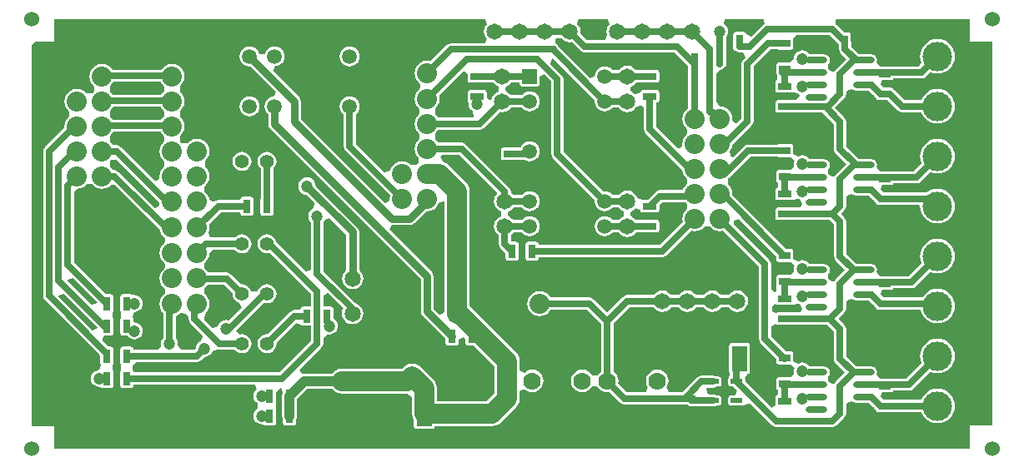
<source format=gtl>
G04 Layer_Physical_Order=1*
G04 Layer_Color=255*
%FSLAX25Y25*%
%MOIN*%
G70*
G01*
G75*
%ADD10R,0.03150X0.05512*%
%ADD11R,0.02756X0.05118*%
%ADD12R,0.05118X0.02756*%
%ADD13R,0.06299X0.10236*%
%ADD14R,0.04724X0.01968*%
%ADD15R,0.05512X0.03150*%
%ADD16R,0.03150X0.04724*%
%ADD17R,0.04724X0.03150*%
%ADD18O,0.08661X0.02362*%
%ADD19C,0.02756*%
%ADD20C,0.07874*%
%ADD21C,0.02953*%
%ADD22C,0.03937*%
%ADD23R,0.05905X0.05905*%
%ADD24C,0.05905*%
%ADD25C,0.08000*%
%ADD26C,0.05905*%
%ADD27C,0.06496*%
%ADD28R,0.06496X0.06496*%
%ADD29C,0.06000*%
%ADD30C,0.06500*%
%ADD31C,0.05600*%
%ADD32C,0.11811*%
%ADD33C,0.07000*%
%ADD34C,0.04724*%
G36*
X467020Y414941D02*
Y384883D01*
X466887Y383866D01*
X466887Y383866D01*
Y370468D01*
X465770Y369781D01*
X464951Y369620D01*
X462525Y372046D01*
Y385000D01*
X462333Y385966D01*
X461785Y386785D01*
X444880Y403691D01*
X445850Y405505D01*
X446000Y405475D01*
X453000D01*
X453966Y405667D01*
X454785Y406215D01*
X459583Y411012D01*
X460000Y410957D01*
X461305Y411129D01*
X462522Y411632D01*
X463566Y412434D01*
X464367Y413478D01*
X464629Y414110D01*
X466216Y414908D01*
X466899Y415016D01*
X467020Y414941D01*
D02*
G37*
G36*
X599618Y392953D02*
Y391661D01*
X599696Y391271D01*
X599917Y390940D01*
X600248Y390719D01*
X600638Y390642D01*
X605362D01*
X605438Y390657D01*
X605497Y390622D01*
X606303Y389861D01*
X606806Y389075D01*
X606724Y388878D01*
X606609Y388000D01*
X606717Y387179D01*
X606434Y386692D01*
X605362Y385594D01*
X600638D01*
X600248Y385517D01*
X599917Y385296D01*
X599696Y384965D01*
X599618Y384575D01*
Y381425D01*
X599696Y381035D01*
X599458Y378970D01*
X599017Y378697D01*
X597425Y379644D01*
Y390000D01*
X597240Y390928D01*
X596714Y391714D01*
X582427Y406002D01*
X582559Y407228D01*
X584598Y407973D01*
X599618Y392953D01*
D02*
G37*
G36*
X328152Y374419D02*
X328093Y374120D01*
X325957Y373472D01*
X316150Y383279D01*
X316209Y383578D01*
X318345Y384226D01*
X328152Y374419D01*
D02*
G37*
G36*
X527078Y455493D02*
X527013Y455000D01*
X527149Y453968D01*
X527547Y453007D01*
X528181Y452181D01*
X529007Y451547D01*
X529968Y451149D01*
X531000Y451013D01*
X532032Y451149D01*
X532993Y451547D01*
X533819Y452181D01*
X534122Y452575D01*
X536503D01*
X536969Y451969D01*
X537857Y451288D01*
X538891Y450859D01*
X540000Y450713D01*
X541110Y450859D01*
X542143Y451288D01*
X543031Y451969D01*
X543712Y452857D01*
X545335Y453309D01*
X545813Y453332D01*
X546575Y452481D01*
Y444000D01*
X546760Y443072D01*
X547286Y442286D01*
X562015Y427556D01*
X562129Y426695D01*
X562633Y425478D01*
X563434Y424434D01*
X563746Y424195D01*
X563882Y423856D01*
Y422144D01*
X563746Y421805D01*
X563434Y421566D01*
X562633Y420522D01*
X562178Y419424D01*
X553000D01*
X552072Y419240D01*
X551286Y418714D01*
X548166Y415594D01*
X546244D01*
X546195Y415585D01*
X545095Y415866D01*
X544292Y416235D01*
X543995Y416462D01*
X543712Y417143D01*
X543031Y418031D01*
X542143Y418712D01*
X541110Y419141D01*
X540000Y419287D01*
X538891Y419141D01*
X537857Y418712D01*
X536969Y418031D01*
X536503Y417424D01*
X534122D01*
X533819Y417819D01*
X532993Y418453D01*
X532032Y418851D01*
X531000Y418987D01*
X530507Y418922D01*
X514425Y435004D01*
Y464000D01*
X514240Y464928D01*
X513714Y465714D01*
X509396Y470033D01*
X510044Y472169D01*
X510343Y472228D01*
X527078Y455493D01*
D02*
G37*
G36*
X600248Y432719D02*
X600638Y432642D01*
X605362D01*
X605438Y432657D01*
X605497Y432622D01*
X606303Y431861D01*
X606806Y431075D01*
X606724Y430878D01*
X606609Y430000D01*
X606717Y429179D01*
X606434Y428692D01*
X605362Y427594D01*
X600638D01*
X600248Y427517D01*
X599917Y427296D01*
X599696Y426965D01*
X599618Y426575D01*
Y424715D01*
X599576Y424500D01*
X599618Y424285D01*
Y423425D01*
X599696Y423035D01*
X599917Y422704D01*
X600173Y422533D01*
X600247Y421956D01*
X600244Y420594D01*
X599854Y420517D01*
X599523Y420296D01*
X599302Y419965D01*
X599225Y419575D01*
Y416425D01*
X599302Y416035D01*
X599523Y415704D01*
X599854Y415483D01*
X600244Y415406D01*
X605756D01*
X606146Y415483D01*
X606477Y415704D01*
X607800Y415964D01*
X608680Y415908D01*
X609003Y415773D01*
X609931Y413961D01*
X609151Y412704D01*
X608798Y412425D01*
X606284D01*
X606146Y412517D01*
X605756Y412594D01*
X600244D01*
X599854Y412517D01*
X599523Y412296D01*
X599302Y411965D01*
X599225Y411575D01*
Y408425D01*
X599302Y408035D01*
X599523Y407704D01*
X599854Y407483D01*
X600244Y407406D01*
X605756D01*
X606146Y407483D01*
X606284Y407576D01*
X620996D01*
X622576Y405996D01*
Y396000D01*
Y393000D01*
X622760Y392072D01*
X623286Y391286D01*
X627071Y387500D01*
X623286Y383714D01*
X622827Y383028D01*
X622393Y382968D01*
X620796Y383145D01*
X620755Y383351D01*
X620427Y383843D01*
X620273Y384124D01*
Y385876D01*
X620427Y386157D01*
X620755Y386649D01*
X620925Y387500D01*
X620755Y388351D01*
X620273Y389072D01*
X619552Y389555D01*
X618701Y389724D01*
X612915D01*
X612398Y390398D01*
X611696Y390937D01*
X610878Y391276D01*
X610000Y391391D01*
X609122Y391276D01*
X608304Y390937D01*
X608230Y390880D01*
X607038Y391384D01*
X606382Y391922D01*
Y394811D01*
X606304Y395201D01*
X606083Y395532D01*
X605753Y395753D01*
X605362Y395831D01*
X603598D01*
X581972Y417457D01*
X582043Y418000D01*
X581871Y419305D01*
X581367Y420522D01*
X580566Y421566D01*
X580254Y421805D01*
X580235Y421853D01*
X580142Y422429D01*
X580324Y423938D01*
X580391Y424070D01*
X580714Y424286D01*
X589241Y432812D01*
X600110D01*
X600248Y432719D01*
D02*
G37*
G36*
X352934Y414582D02*
X353002Y413211D01*
X351175Y412254D01*
X336714Y426714D01*
X335928Y427240D01*
X335000Y427424D01*
X334408D01*
X334367Y427522D01*
X333566Y428566D01*
X333254Y428805D01*
X333118Y429144D01*
Y430856D01*
X333254Y431195D01*
X333566Y431434D01*
X335994Y431522D01*
X352934Y414582D01*
D02*
G37*
G36*
X363543Y370023D02*
X364576Y369030D01*
Y368000D01*
X364760Y367072D01*
X365286Y366286D01*
X370288Y361283D01*
X370218Y360438D01*
X369690Y359097D01*
X369304Y358937D01*
X368602Y358398D01*
X368063Y357696D01*
X367724Y356878D01*
X367615Y356043D01*
X366996Y355424D01*
X361629D01*
X360491Y356852D01*
X360311Y357393D01*
X360391Y358000D01*
X360276Y358878D01*
X359937Y359696D01*
X359424Y360363D01*
Y368997D01*
X360522Y369451D01*
X361566Y370253D01*
X363543Y370023D01*
D02*
G37*
G36*
X599393Y365899D02*
X599523Y365704D01*
X599854Y365483D01*
X600244Y365406D01*
X605756D01*
X606146Y365483D01*
X606284Y365576D01*
X619996D01*
X622576Y362996D01*
Y354000D01*
Y352000D01*
X622603Y351864D01*
Y351441D01*
X622680Y351051D01*
X622901Y350720D01*
X623071Y350606D01*
X623286Y350286D01*
X627071Y346500D01*
X623286Y342714D01*
X622827Y342028D01*
X622393Y341968D01*
X620796Y342145D01*
X620755Y342351D01*
X620427Y342843D01*
X620273Y343124D01*
Y344876D01*
X620427Y345157D01*
X620755Y345649D01*
X620925Y346500D01*
X620755Y347351D01*
X620273Y348073D01*
X619552Y348555D01*
X618701Y348724D01*
X612915D01*
X612398Y349398D01*
X611696Y349937D01*
X610878Y350276D01*
X610000Y350391D01*
X609122Y350276D01*
X608304Y349937D01*
X608230Y349880D01*
X607038Y350384D01*
X606382Y350922D01*
Y353811D01*
X606304Y354201D01*
X606083Y354532D01*
X605753Y354753D01*
X605362Y354831D01*
X603598D01*
X597425Y361004D01*
Y364743D01*
X599250Y365917D01*
X599393Y365899D01*
D02*
G37*
G36*
X483321Y488000D02*
X483989Y486031D01*
X483989Y486031D01*
X483307Y485143D01*
X482879Y484109D01*
X482733Y483000D01*
X482879Y481890D01*
X483307Y480857D01*
X483850Y480149D01*
X483695Y479388D01*
X483086Y478181D01*
X469520D01*
X468592Y477996D01*
X467805Y477470D01*
X461402Y471067D01*
X461305Y471107D01*
X460000Y471279D01*
X458695Y471107D01*
X457478Y470604D01*
X456434Y469802D01*
X455632Y468758D01*
X455129Y467542D01*
X454957Y466236D01*
X455129Y464931D01*
X455632Y463715D01*
X456434Y462670D01*
X456946Y462278D01*
X457110Y461689D01*
Y460547D01*
X456946Y459959D01*
X456434Y459566D01*
X455632Y458522D01*
X455129Y457305D01*
X454957Y456000D01*
X455129Y454695D01*
X455632Y453478D01*
X456434Y452434D01*
X456746Y452195D01*
X456882Y451856D01*
Y450144D01*
X456746Y449805D01*
X456434Y449566D01*
X455632Y448522D01*
X455129Y447305D01*
X454957Y446000D01*
X455129Y444695D01*
X455632Y443478D01*
X456434Y442434D01*
X456746Y442195D01*
X456882Y441856D01*
Y440144D01*
X456746Y439805D01*
X456434Y439566D01*
X455632Y438522D01*
X455129Y437305D01*
X454957Y436000D01*
X455129Y434695D01*
X455632Y433478D01*
X456434Y432434D01*
X456577Y430357D01*
X455643Y429423D01*
X453566Y429566D01*
X452522Y430368D01*
X451305Y430871D01*
X450000Y431043D01*
X448695Y430871D01*
X447478Y430368D01*
X446434Y429566D01*
X445633Y428522D01*
X445129Y427305D01*
X445103Y427110D01*
X443025Y426404D01*
X431425Y438004D01*
Y449878D01*
X431819Y450181D01*
X432453Y451007D01*
X432851Y451968D01*
X432987Y453000D01*
X432851Y454032D01*
X432453Y454993D01*
X431819Y455819D01*
X430993Y456453D01*
X430032Y456851D01*
X429000Y456987D01*
X427968Y456851D01*
X427007Y456453D01*
X426181Y455819D01*
X425547Y454993D01*
X425149Y454032D01*
X425013Y453000D01*
X425149Y451968D01*
X425547Y451007D01*
X426181Y450181D01*
X426576Y449878D01*
Y437000D01*
X426760Y436072D01*
X427286Y435286D01*
X445169Y417402D01*
X445129Y417305D01*
X444957Y416000D01*
X445048Y415307D01*
X443237Y414333D01*
X409525Y448046D01*
Y455000D01*
X409333Y455966D01*
X408785Y456785D01*
X398474Y467097D01*
X398780Y468213D01*
X399302Y469053D01*
X400032Y469149D01*
X400993Y469547D01*
X401819Y470181D01*
X402453Y471007D01*
X402851Y471968D01*
X402987Y473000D01*
X402851Y474032D01*
X402453Y474993D01*
X401819Y475819D01*
X400993Y476453D01*
X400032Y476851D01*
X399000Y476987D01*
X397968Y476851D01*
X397007Y476453D01*
X396181Y475819D01*
X395547Y474993D01*
X395149Y474032D01*
X393146Y473897D01*
X392895Y473991D01*
X392851Y474032D01*
X392453Y474993D01*
X391819Y475819D01*
X390993Y476453D01*
X390032Y476851D01*
X389000Y476987D01*
X387968Y476851D01*
X387007Y476453D01*
X386181Y475819D01*
X385547Y474993D01*
X385149Y474032D01*
X385013Y473000D01*
X385149Y471968D01*
X385547Y471007D01*
X386181Y470181D01*
X387007Y469547D01*
X387968Y469149D01*
X389000Y469013D01*
X389368Y469062D01*
X399526Y458903D01*
X399220Y457788D01*
X398698Y456947D01*
X397968Y456851D01*
X397007Y456453D01*
X396181Y455819D01*
X395547Y454993D01*
X395149Y454032D01*
X395013Y453000D01*
X395149Y451968D01*
X395547Y451007D01*
X396181Y450181D01*
X396475Y449955D01*
Y446000D01*
X396667Y445034D01*
X397215Y444215D01*
X457475Y383954D01*
Y371000D01*
X457667Y370034D01*
X458215Y369215D01*
X467406Y360024D01*
Y358244D01*
X467483Y357854D01*
X467704Y357523D01*
X468035Y357302D01*
X468425Y357224D01*
X471575D01*
X471965Y357302D01*
X472296Y357523D01*
X472517Y357854D01*
X472594Y358244D01*
Y359653D01*
X474563Y360618D01*
X475406Y359965D01*
Y358244D01*
X475483Y357854D01*
X475704Y357523D01*
X476035Y357302D01*
X476425Y357224D01*
X478733D01*
X487020Y348937D01*
Y343000D01*
Y338063D01*
X483937Y334980D01*
X463885D01*
Y340094D01*
X463885Y340094D01*
X463715Y341383D01*
X463218Y342584D01*
X462427Y343616D01*
X457521Y348521D01*
X456490Y349312D01*
X455289Y349810D01*
X454000Y349980D01*
X452711Y349810D01*
X451510Y349312D01*
X450479Y348521D01*
X450479Y348521D01*
X449937Y347980D01*
X426483D01*
X426000Y348043D01*
X424695Y347871D01*
X423478Y347368D01*
X422434Y346566D01*
X421995Y345994D01*
X411000D01*
X410225Y345892D01*
X409802Y345717D01*
X408905Y347476D01*
X417714Y356286D01*
X418240Y357072D01*
X418425Y358000D01*
Y360371D01*
X419851Y361508D01*
X420393Y361689D01*
X421000Y361609D01*
X421878Y361724D01*
X422696Y362063D01*
X423398Y362602D01*
X423937Y363304D01*
X424276Y364122D01*
X424391Y365000D01*
X424276Y365878D01*
X423937Y366696D01*
X423398Y367398D01*
X422696Y367937D01*
X422594Y367979D01*
Y371756D01*
X422517Y372146D01*
X422296Y372477D01*
X421965Y372698D01*
X421575Y372776D01*
X418425D01*
X418425Y372776D01*
Y377363D01*
X420393Y378178D01*
X426426Y372146D01*
X426423Y372142D01*
X425995Y371109D01*
X425849Y370000D01*
X425995Y368891D01*
X426423Y367858D01*
X427104Y366970D01*
X427991Y366289D01*
X429025Y365861D01*
X430134Y365715D01*
X431243Y365861D01*
X432276Y366289D01*
X433164Y366970D01*
X433845Y367858D01*
X434272Y368891D01*
X434418Y370000D01*
X434272Y371109D01*
X433845Y372142D01*
X433164Y373030D01*
X432276Y373711D01*
X431324Y374105D01*
X418425Y387004D01*
Y406449D01*
X418496Y406504D01*
X419057Y407235D01*
X419161Y407485D01*
X420804Y408054D01*
X421389Y408040D01*
X427743Y401686D01*
Y387417D01*
X427238Y387030D01*
X426557Y386142D01*
X426129Y385109D01*
X425983Y384000D01*
X426129Y382891D01*
X426557Y381858D01*
X427238Y380970D01*
X428125Y380289D01*
X429159Y379861D01*
X430268Y379715D01*
X431377Y379861D01*
X432410Y380289D01*
X433297Y380970D01*
X433978Y381858D01*
X434406Y382891D01*
X434552Y384000D01*
X434406Y385109D01*
X433978Y386142D01*
X433297Y387030D01*
X432793Y387417D01*
Y402732D01*
X432600Y403698D01*
X432053Y404518D01*
X415524Y421047D01*
X415410Y421914D01*
X415057Y422765D01*
X414496Y423496D01*
X413765Y424057D01*
X412914Y424410D01*
X412000Y424530D01*
X411086Y424410D01*
X410235Y424057D01*
X409504Y423496D01*
X408943Y422765D01*
X408590Y421914D01*
X408470Y421000D01*
X408590Y420086D01*
X408943Y419235D01*
X409504Y418504D01*
X410235Y417943D01*
X411086Y417590D01*
X411953Y417476D01*
X415040Y414389D01*
X415054Y413804D01*
X414485Y412161D01*
X414235Y412057D01*
X413504Y411496D01*
X412943Y410765D01*
X412590Y409914D01*
X412470Y409000D01*
X412590Y408086D01*
X412943Y407235D01*
X413504Y406504D01*
X413576Y406449D01*
Y387637D01*
X411607Y386822D01*
X399742Y398686D01*
X399702Y398992D01*
X399319Y399916D01*
X398710Y400710D01*
X397916Y401319D01*
X396992Y401702D01*
X396000Y401833D01*
X395008Y401702D01*
X394084Y401319D01*
X393290Y400710D01*
X392681Y399916D01*
X392298Y398992D01*
X392167Y398000D01*
X392298Y397008D01*
X392681Y396084D01*
X393290Y395290D01*
X394084Y394681D01*
X395008Y394298D01*
X396000Y394167D01*
X396992Y394298D01*
X397191Y394380D01*
X413576Y377996D01*
Y372776D01*
X413575Y372776D01*
X410425D01*
X410035Y372698D01*
X409704Y372477D01*
X409483Y372146D01*
X409406Y371756D01*
Y371425D01*
X407000D01*
X406072Y371240D01*
X405286Y370714D01*
X396357Y361786D01*
X396000Y361833D01*
X395008Y361702D01*
X394084Y361319D01*
X393290Y360710D01*
X392681Y359916D01*
X392298Y358992D01*
X392167Y358000D01*
X392298Y357008D01*
X392681Y356084D01*
X393290Y355290D01*
X394084Y354681D01*
X395008Y354298D01*
X396000Y354167D01*
X396992Y354298D01*
X397916Y354681D01*
X398710Y355290D01*
X399319Y356084D01*
X399702Y357008D01*
X399833Y358000D01*
X399786Y358357D01*
X407506Y366077D01*
X407586Y366084D01*
X408097Y366022D01*
X409601Y365678D01*
X409704Y365523D01*
X410035Y365302D01*
X410425Y365225D01*
X413575D01*
X413576Y365224D01*
Y359004D01*
X400996Y346425D01*
X342594D01*
Y346756D01*
X342517Y347146D01*
X342296Y347477D01*
X342253Y347711D01*
Y348748D01*
X343689Y350575D01*
X368000D01*
X368928Y350760D01*
X369714Y351286D01*
X371043Y352614D01*
X371878Y352724D01*
X372696Y353063D01*
X373398Y353602D01*
X373937Y354304D01*
X374123Y354753D01*
X375765Y355601D01*
X376338Y355707D01*
X377000Y355575D01*
X383071D01*
X383290Y355290D01*
X384084Y354681D01*
X385008Y354298D01*
X386000Y354167D01*
X386992Y354298D01*
X387916Y354681D01*
X388710Y355290D01*
X389319Y356084D01*
X389702Y357008D01*
X389833Y358000D01*
X389702Y358992D01*
X389319Y359916D01*
X388710Y360710D01*
X387916Y361319D01*
X386992Y361702D01*
X386000Y361833D01*
X385008Y361702D01*
X384849Y361636D01*
X383734Y363305D01*
X394809Y374380D01*
X395008Y374298D01*
X396000Y374167D01*
X396992Y374298D01*
X397916Y374681D01*
X398710Y375290D01*
X399319Y376084D01*
X399702Y377008D01*
X399833Y378000D01*
X399702Y378992D01*
X399319Y379916D01*
X398710Y380710D01*
X397916Y381319D01*
X396992Y381702D01*
X396000Y381833D01*
X395008Y381702D01*
X394084Y381319D01*
X393290Y380710D01*
X392681Y379916D01*
X392298Y378992D01*
X391582Y378880D01*
X389702Y378992D01*
X389319Y379916D01*
X388710Y380710D01*
X387916Y381319D01*
X386992Y381702D01*
X386000Y381833D01*
X385643Y381786D01*
X381714Y385714D01*
X380928Y386240D01*
X380000Y386424D01*
X372430D01*
X372368Y386577D01*
X371566Y387621D01*
X371054Y388014D01*
X370890Y388602D01*
Y389744D01*
X371054Y390333D01*
X371566Y390725D01*
X372368Y391770D01*
X372871Y392986D01*
X373043Y394291D01*
X374169Y395575D01*
X383071D01*
X383290Y395290D01*
X384084Y394681D01*
X385008Y394298D01*
X386000Y394167D01*
X386992Y394298D01*
X387916Y394681D01*
X388710Y395290D01*
X389319Y396084D01*
X389702Y397008D01*
X389833Y398000D01*
X389702Y398992D01*
X389319Y399916D01*
X388710Y400710D01*
X387916Y401319D01*
X386992Y401702D01*
X386000Y401833D01*
X385008Y401702D01*
X384084Y401319D01*
X383290Y400710D01*
X383071Y400424D01*
X373635D01*
X373050Y401154D01*
X372528Y402393D01*
X372871Y403222D01*
X373043Y404528D01*
X372871Y405833D01*
X372831Y405930D01*
X377477Y410575D01*
X385406D01*
Y410244D01*
X385483Y409854D01*
X385704Y409523D01*
X386035Y409302D01*
X386425Y409225D01*
X389575D01*
X389965Y409302D01*
X390296Y409523D01*
X390517Y409854D01*
X390594Y410244D01*
Y415756D01*
X390517Y416146D01*
X390296Y416477D01*
X389965Y416698D01*
X389575Y416776D01*
X386425D01*
X386035Y416698D01*
X385704Y416477D01*
X385483Y416146D01*
X385406Y415756D01*
Y415424D01*
X376472D01*
X375545Y415240D01*
X374946Y414840D01*
X374145Y415032D01*
X372924Y415665D01*
X372871Y416069D01*
X372368Y417285D01*
X371566Y418330D01*
X371054Y418722D01*
X370890Y419311D01*
Y420453D01*
X371054Y421041D01*
X371566Y421434D01*
X372368Y422478D01*
X372871Y423695D01*
X373043Y425000D01*
X372871Y426305D01*
X372368Y427522D01*
X371566Y428566D01*
X371254Y428805D01*
X371118Y429144D01*
Y430856D01*
X371254Y431195D01*
X371566Y431434D01*
X372368Y432478D01*
X372871Y433695D01*
X373043Y435000D01*
X372871Y436305D01*
X372368Y437522D01*
X371566Y438566D01*
X370522Y439367D01*
X369305Y439871D01*
X368000Y440043D01*
X366695Y439871D01*
X365478Y439367D01*
X364434Y438566D01*
X364195Y438254D01*
X363856Y438118D01*
X362144D01*
X361805Y438254D01*
X361566Y438566D01*
X361254Y438805D01*
X361118Y439144D01*
Y440856D01*
X361254Y441195D01*
X361566Y441434D01*
X362368Y442478D01*
X362871Y443695D01*
X363043Y445000D01*
X362871Y446305D01*
X362368Y447522D01*
X361566Y448566D01*
X361254Y448805D01*
X361118Y449144D01*
Y450856D01*
X361254Y451195D01*
X361566Y451434D01*
X362368Y452478D01*
X362871Y453695D01*
X363043Y455000D01*
X362871Y456305D01*
X362368Y457522D01*
X361566Y458566D01*
X361254Y458805D01*
X361118Y459144D01*
Y460856D01*
X361254Y461195D01*
X361566Y461434D01*
X362368Y462478D01*
X362871Y463695D01*
X363043Y465000D01*
X362871Y466305D01*
X362368Y467522D01*
X361566Y468566D01*
X360522Y469368D01*
X359305Y469871D01*
X358000Y470043D01*
X356695Y469871D01*
X355478Y469368D01*
X354434Y468566D01*
X353739Y467661D01*
X334261D01*
X333566Y468566D01*
X332522Y469368D01*
X331305Y469871D01*
X330000Y470043D01*
X328695Y469871D01*
X327478Y469368D01*
X326434Y468566D01*
X325633Y467522D01*
X325129Y466305D01*
X324957Y465000D01*
X325129Y463695D01*
X325633Y462478D01*
X326434Y461434D01*
X326746Y461195D01*
X326882Y460856D01*
Y459144D01*
X326746Y458805D01*
X326434Y458566D01*
X326195Y458254D01*
X325856Y458118D01*
X324144D01*
X323805Y458254D01*
X323566Y458566D01*
X322522Y459368D01*
X321305Y459871D01*
X320000Y460043D01*
X318695Y459871D01*
X317478Y459368D01*
X316434Y458566D01*
X315633Y457522D01*
X315129Y456305D01*
X314957Y455000D01*
X315129Y453695D01*
X315633Y452478D01*
X316434Y451434D01*
X316746Y451195D01*
X316882Y450856D01*
Y449144D01*
X316746Y448805D01*
X316434Y448566D01*
X315633Y447522D01*
X315129Y446305D01*
X314957Y445000D01*
X315028Y444457D01*
X307152Y436581D01*
X306626Y435794D01*
X306442Y434866D01*
Y377134D01*
X306626Y376206D01*
X307152Y375419D01*
X329406Y353166D01*
Y350244D01*
X329483Y349854D01*
X329704Y349523D01*
X329747Y349289D01*
Y349278D01*
X329000Y347391D01*
X328122Y347276D01*
X327304Y346937D01*
X326602Y346398D01*
X326063Y345696D01*
X325724Y344878D01*
X325609Y344000D01*
X325724Y343122D01*
X326063Y342304D01*
X326602Y341602D01*
X327304Y341063D01*
X328122Y340724D01*
X329000Y340609D01*
X329595Y340687D01*
X329704Y340523D01*
X330035Y340302D01*
X330425Y340225D01*
X333575D01*
X333965Y340302D01*
X334296Y340523D01*
X334517Y340854D01*
X334594Y341244D01*
Y346756D01*
X334517Y347146D01*
X334296Y347477D01*
X334253Y347711D01*
Y349289D01*
X334296Y349523D01*
X334517Y349854D01*
X334594Y350244D01*
Y355756D01*
X334517Y356146D01*
X334296Y356477D01*
X333965Y356698D01*
X333575Y356775D01*
X332653D01*
X330119Y359309D01*
X330198Y359801D01*
X330988Y361225D01*
X333575D01*
X333965Y361302D01*
X334296Y361523D01*
X334517Y361854D01*
X334594Y362244D01*
Y367756D01*
X334517Y368146D01*
X334296Y368477D01*
X334253Y368711D01*
Y370289D01*
X334296Y370523D01*
X334517Y370854D01*
X334594Y371244D01*
Y376756D01*
X334517Y377146D01*
X334296Y377477D01*
X333965Y377698D01*
X333575Y377776D01*
X331653D01*
X318802Y390626D01*
Y418907D01*
X320000Y419957D01*
X321305Y420129D01*
X322522Y420633D01*
X323566Y421434D01*
X323805Y421746D01*
X324144Y421882D01*
X325856D01*
X326195Y421746D01*
X326434Y421434D01*
X327478Y420633D01*
X328695Y420129D01*
X330000Y419957D01*
X331305Y420129D01*
X332522Y420633D01*
X333566Y421434D01*
X335041Y421531D01*
X353095Y403476D01*
X353129Y403222D01*
X353632Y402006D01*
X354434Y400961D01*
X354946Y400569D01*
X355110Y399980D01*
Y398839D01*
X354946Y398250D01*
X354434Y397857D01*
X353632Y396813D01*
X353129Y395597D01*
X352957Y394291D01*
X353129Y392986D01*
X353632Y391770D01*
X354434Y390725D01*
X354946Y390333D01*
X355110Y389744D01*
Y388602D01*
X354946Y388014D01*
X354434Y387621D01*
X353632Y386577D01*
X353129Y385360D01*
X352957Y384055D01*
X353129Y382750D01*
X353632Y381534D01*
X354434Y380489D01*
X354946Y380096D01*
X355110Y379508D01*
Y378366D01*
X354946Y377778D01*
X354434Y377385D01*
X353632Y376341D01*
X353129Y375124D01*
X352957Y373819D01*
X353129Y372514D01*
X353632Y371297D01*
X354434Y370253D01*
X354575Y370144D01*
Y360363D01*
X354063Y359696D01*
X353724Y358878D01*
X353609Y358000D01*
X353689Y357393D01*
X353508Y356852D01*
X352371Y355424D01*
X342594D01*
Y355756D01*
X342517Y356146D01*
X342296Y356477D01*
X341965Y356698D01*
X341575Y356775D01*
X338425D01*
X338035Y356698D01*
X337704Y356477D01*
X337483Y356146D01*
X337406Y355756D01*
Y350244D01*
X337483Y349854D01*
X337704Y349523D01*
X337747Y349289D01*
Y347711D01*
X337704Y347477D01*
X337483Y347146D01*
X337406Y346756D01*
Y341244D01*
X337483Y340854D01*
X337704Y340523D01*
X338035Y340302D01*
X338425Y340225D01*
X341575D01*
X341965Y340302D01*
X342296Y340523D01*
X342517Y340854D01*
X342594Y341244D01*
Y341576D01*
X391371D01*
X391409Y341508D01*
X391874Y339607D01*
X391602Y339398D01*
X391063Y338696D01*
X390724Y337878D01*
X390609Y337000D01*
X390724Y336122D01*
X391063Y335304D01*
X391602Y334602D01*
X392304Y334063D01*
Y331937D01*
X391602Y331398D01*
X391063Y330696D01*
X390724Y329878D01*
X390609Y329000D01*
X390724Y328122D01*
X391063Y327304D01*
X391602Y326602D01*
X392304Y326063D01*
X393122Y325724D01*
X394000Y325609D01*
X394595Y325687D01*
X394704Y325523D01*
X395035Y325302D01*
X395425Y325224D01*
X395585D01*
X396472Y325048D01*
X397360Y325224D01*
X398575D01*
X398965Y325302D01*
X399296Y325523D01*
X399517Y325854D01*
X399594Y326244D01*
Y331535D01*
X399594Y331756D01*
X399517Y332397D01*
Y333603D01*
X399594Y334244D01*
X399594Y334465D01*
Y338443D01*
X401280Y340185D01*
X401372Y340217D01*
X401556Y340216D01*
X402373Y338415D01*
X402108Y337775D01*
X402006Y337000D01*
Y329000D01*
X402108Y328225D01*
X402406Y327506D01*
Y326244D01*
X402483Y325854D01*
X402704Y325523D01*
X403035Y325302D01*
X403425Y325224D01*
X406575D01*
X406965Y325302D01*
X407296Y325523D01*
X407517Y325854D01*
X407594Y326244D01*
Y327506D01*
X407892Y328225D01*
X407994Y329000D01*
Y335760D01*
X412240Y340006D01*
X421995D01*
X422434Y339434D01*
X423478Y338632D01*
X424695Y338129D01*
X426000Y337957D01*
X426483Y338020D01*
X452000D01*
X452000Y338020D01*
X453884Y336492D01*
X453926Y336371D01*
Y330000D01*
X454096Y328711D01*
X454593Y327510D01*
X454736Y327324D01*
Y324882D01*
X454814Y324492D01*
X455035Y324161D01*
X455366Y323940D01*
X455756Y323862D01*
X462055D01*
X462445Y323940D01*
X462776Y324161D01*
X462997Y324492D01*
X463075Y324882D01*
Y325020D01*
X486000D01*
X486000Y325020D01*
X487289Y325190D01*
X488490Y325688D01*
X489521Y326479D01*
X495521Y332479D01*
X496313Y333510D01*
X496810Y334711D01*
X496980Y336000D01*
Y338917D01*
X498268Y339538D01*
X498948Y339670D01*
X499731Y339069D01*
X500825Y338616D01*
X502000Y338461D01*
X503175Y338616D01*
X504269Y339069D01*
X505209Y339791D01*
X505931Y340731D01*
X506384Y341825D01*
X506539Y343000D01*
X506384Y344175D01*
X505931Y345269D01*
X505209Y346209D01*
X504269Y346931D01*
X503175Y347384D01*
X502000Y347539D01*
X500825Y347384D01*
X499731Y346931D01*
X498948Y346330D01*
X498268Y346462D01*
X496980Y347083D01*
Y351000D01*
X496980Y351000D01*
X496810Y352289D01*
X496313Y353490D01*
X495521Y354521D01*
X495521Y354521D01*
X476846Y373197D01*
Y382983D01*
X476980Y384000D01*
X476980Y384000D01*
Y419000D01*
X476810Y420289D01*
X476312Y421490D01*
X475521Y422521D01*
X475521Y422521D01*
X468521Y429521D01*
X467490Y430312D01*
X466289Y430810D01*
X465368Y432917D01*
X465827Y433575D01*
X472996D01*
X488004Y418567D01*
X487969Y418031D01*
X487288Y417143D01*
X486859Y416110D01*
X486713Y415000D01*
X486859Y413891D01*
X487288Y412857D01*
X487969Y411969D01*
X488857Y411288D01*
X489506Y411019D01*
X489649Y410319D01*
Y409682D01*
X489506Y408981D01*
X488857Y408712D01*
X487969Y408031D01*
X487288Y407143D01*
X486859Y406110D01*
X486713Y405000D01*
X486859Y403891D01*
X487288Y402857D01*
X487969Y401969D01*
X488576Y401503D01*
Y398000D01*
X488760Y397072D01*
X489286Y396286D01*
X491406Y394166D01*
Y392244D01*
X491483Y391854D01*
X491704Y391523D01*
X492035Y391302D01*
X492425Y391225D01*
X495575D01*
X495965Y391302D01*
X496296Y391523D01*
X496517Y391854D01*
X496594Y392244D01*
Y397756D01*
X496517Y398146D01*
X496296Y398477D01*
X495965Y398698D01*
X495575Y398776D01*
X493653D01*
X493425Y399004D01*
Y401503D01*
X494031Y401969D01*
X494497Y402575D01*
X497878D01*
X498181Y402181D01*
X499007Y401547D01*
X499968Y401149D01*
X501000Y401013D01*
X502032Y401149D01*
X502993Y401547D01*
X503819Y402181D01*
X504453Y403007D01*
X504851Y403968D01*
X504987Y405000D01*
X504851Y406032D01*
X504453Y406993D01*
X503819Y407819D01*
X502993Y408453D01*
X502032Y408851D01*
X501000Y408987D01*
X499968Y408851D01*
X499007Y408453D01*
X498181Y407819D01*
X497878Y407424D01*
X494497D01*
X494031Y408031D01*
X493143Y408712D01*
X492494Y408981D01*
X492351Y409682D01*
Y410319D01*
X492494Y411019D01*
X493143Y411288D01*
X494031Y411969D01*
X494497Y412575D01*
X497878D01*
X498181Y412181D01*
X499007Y411547D01*
X499968Y411149D01*
X501000Y411013D01*
X502032Y411149D01*
X502993Y411547D01*
X503819Y412181D01*
X504453Y413007D01*
X504851Y413968D01*
X504987Y415000D01*
X504851Y416032D01*
X504453Y416993D01*
X503819Y417819D01*
X502993Y418453D01*
X502032Y418851D01*
X501000Y418987D01*
X499968Y418851D01*
X499007Y418453D01*
X498181Y417819D01*
X497878Y417424D01*
X494497D01*
X494031Y418031D01*
X493425Y418497D01*
Y419000D01*
X493240Y419928D01*
X492714Y420714D01*
X475714Y437714D01*
X474928Y438240D01*
X474000Y438424D01*
X464408D01*
X464367Y438522D01*
X463566Y439566D01*
X463254Y439805D01*
X463118Y440144D01*
Y441856D01*
X463254Y442195D01*
X463566Y442434D01*
X464367Y443478D01*
X464408Y443575D01*
X481000D01*
X481928Y443760D01*
X482714Y444286D01*
X489242Y450813D01*
X490000Y450713D01*
X491110Y450859D01*
X492143Y451288D01*
X493031Y451969D01*
X493497Y452575D01*
X497878D01*
X498181Y452181D01*
X499007Y451547D01*
X499968Y451149D01*
X501000Y451013D01*
X502032Y451149D01*
X502993Y451547D01*
X503819Y452181D01*
X504453Y453007D01*
X504851Y453968D01*
X504987Y455000D01*
X504851Y456032D01*
X504453Y456993D01*
X503819Y457819D01*
X502993Y458453D01*
X502032Y458851D01*
X501000Y458987D01*
X499968Y458851D01*
X499007Y458453D01*
X498181Y457819D01*
X497878Y457424D01*
X493497D01*
X493031Y458031D01*
X492143Y458712D01*
X491494Y458981D01*
X491351Y459682D01*
Y460319D01*
X491494Y461019D01*
X492143Y461288D01*
X493031Y461969D01*
X493497Y462575D01*
X497028D01*
Y462047D01*
X497105Y461657D01*
X497326Y461326D01*
X497657Y461105D01*
X498047Y461028D01*
X503953D01*
X504343Y461105D01*
X504674Y461326D01*
X504895Y461657D01*
X504972Y462047D01*
Y465027D01*
X506791Y465780D01*
X509576Y462996D01*
Y434000D01*
X509760Y433072D01*
X510286Y432286D01*
X527078Y415493D01*
X527013Y415000D01*
X527149Y413968D01*
X527547Y413007D01*
X528181Y412181D01*
X529007Y411547D01*
X529968Y411149D01*
X531000Y411013D01*
X532032Y411149D01*
X532993Y411547D01*
X533819Y412181D01*
X534122Y412575D01*
X536503D01*
X536969Y411969D01*
X537857Y411288D01*
X538506Y411019D01*
X538649Y410319D01*
Y409682D01*
X538506Y408981D01*
X537857Y408712D01*
X536969Y408031D01*
X536503Y407424D01*
X534122D01*
X533819Y407819D01*
X532993Y408453D01*
X532032Y408851D01*
X531000Y408987D01*
X529968Y408851D01*
X529007Y408453D01*
X528181Y407819D01*
X527547Y406993D01*
X527149Y406032D01*
X527013Y405000D01*
X527149Y403968D01*
X527547Y403007D01*
X528181Y402181D01*
X529007Y401547D01*
X529968Y401149D01*
X531000Y401013D01*
X532032Y401149D01*
X532993Y401547D01*
X533819Y402181D01*
X534122Y402575D01*
X536503D01*
X536969Y401969D01*
X537857Y401288D01*
X538891Y400859D01*
X540000Y400713D01*
X541110Y400859D01*
X542143Y401288D01*
X543031Y401969D01*
X543497Y402575D01*
X545716D01*
X545854Y402483D01*
X546244Y402406D01*
X551756D01*
X552146Y402483D01*
X552477Y402704D01*
X552698Y403035D01*
X552775Y403425D01*
Y406575D01*
X552698Y406965D01*
X552477Y407296D01*
X552146Y407517D01*
X551756Y407594D01*
X546244D01*
X545854Y407517D01*
X545716Y407424D01*
X543497D01*
X543031Y408031D01*
X542143Y408712D01*
X541494Y408981D01*
X541351Y409682D01*
Y410319D01*
X541494Y411019D01*
X542143Y411288D01*
X543031Y411969D01*
X543256Y412262D01*
X545225Y411594D01*
Y411425D01*
X545302Y411035D01*
X545523Y410704D01*
X545854Y410483D01*
X546244Y410406D01*
X551756D01*
X552146Y410483D01*
X552477Y410704D01*
X552698Y411035D01*
X552775Y411425D01*
Y413347D01*
X554004Y414575D01*
X563325D01*
X563434Y414434D01*
X563746Y414195D01*
X563882Y413856D01*
Y412144D01*
X563746Y411805D01*
X563434Y411566D01*
X562633Y410522D01*
X562129Y409305D01*
X561957Y408000D01*
X562129Y406695D01*
X562169Y406598D01*
X552996Y397425D01*
X504594D01*
Y397756D01*
X504517Y398146D01*
X504296Y398477D01*
X503965Y398698D01*
X503575Y398776D01*
X500425D01*
X500035Y398698D01*
X499704Y398477D01*
X499483Y398146D01*
X499406Y397756D01*
Y392244D01*
X499483Y391854D01*
X499704Y391523D01*
X500035Y391302D01*
X500425Y391225D01*
X503575D01*
X503965Y391302D01*
X504296Y391523D01*
X504517Y391854D01*
X504594Y392244D01*
Y392576D01*
X554000D01*
X554928Y392760D01*
X555714Y393286D01*
X565598Y403169D01*
X565695Y403129D01*
X567000Y402957D01*
X568305Y403129D01*
X569522Y403632D01*
X570566Y404434D01*
X570805Y404746D01*
X571144Y404882D01*
X572856D01*
X573195Y404746D01*
X573434Y404434D01*
X574478Y403632D01*
X575695Y403129D01*
X577000Y402957D01*
X578305Y403129D01*
X578402Y403169D01*
X592576Y388996D01*
Y360000D01*
X592760Y359072D01*
X593286Y358286D01*
X599618Y351953D01*
Y350661D01*
X599696Y350271D01*
X599917Y349940D01*
X600248Y349719D01*
X600638Y349642D01*
X602666D01*
X603000Y349575D01*
X603334Y349642D01*
X605362D01*
X605438Y349657D01*
X605497Y349622D01*
X606303Y348861D01*
X606806Y348075D01*
X606724Y347878D01*
X606609Y347000D01*
X606717Y346179D01*
X606434Y345692D01*
X605362Y344594D01*
X600638D01*
X600248Y344517D01*
X599917Y344296D01*
X599696Y343965D01*
X599618Y343575D01*
Y341715D01*
X599576Y341500D01*
X599618Y341285D01*
Y340425D01*
X599696Y340035D01*
X599917Y339704D01*
X600173Y339533D01*
X600247Y338956D01*
X600244Y337594D01*
X599854Y337517D01*
X599523Y337296D01*
X599302Y336965D01*
X599225Y336575D01*
Y333453D01*
X599111Y333342D01*
X597809Y332392D01*
X597594Y332299D01*
X587106Y342787D01*
Y343724D01*
X587073Y343894D01*
X587215Y344464D01*
X587824Y345606D01*
X588048Y345862D01*
X588055D01*
X588445Y345940D01*
X588776Y346161D01*
X588997Y346492D01*
X589075Y346882D01*
Y357118D01*
X588997Y357508D01*
X588776Y357839D01*
X588445Y358060D01*
X588055Y358138D01*
X581756D01*
X581366Y358060D01*
X581035Y357839D01*
X580814Y357508D01*
X580736Y357118D01*
Y346882D01*
X580814Y346492D01*
X580890Y345618D01*
X580532Y344282D01*
X580420Y344115D01*
X580343Y343724D01*
Y341756D01*
X580420Y341366D01*
X580641Y341035D01*
X580972Y340814D01*
X581362Y340736D01*
X582299D01*
X583953Y339082D01*
X583200Y337264D01*
X581362D01*
X580972Y337186D01*
X580641Y336965D01*
X580420Y336634D01*
X580343Y336244D01*
Y334276D01*
X580420Y333885D01*
X580641Y333555D01*
X580972Y333334D01*
X581362Y333256D01*
X586087D01*
X586477Y333334D01*
X586808Y333555D01*
X588461Y333987D01*
X589010Y334026D01*
X597750Y325286D01*
X598537Y324760D01*
X599465Y324575D01*
X599716D01*
X599854Y324483D01*
X600244Y324406D01*
X605756D01*
X606146Y324483D01*
X606284Y324575D01*
X621000D01*
X621500Y324675D01*
X622000Y324575D01*
X622928Y324760D01*
X623714Y325286D01*
X626714Y328286D01*
X627240Y329072D01*
X627424Y330000D01*
Y333970D01*
X627799Y334269D01*
X629727Y334928D01*
X630448Y334445D01*
X631299Y334276D01*
X633497D01*
X633521Y334260D01*
X634449Y334075D01*
X636627D01*
X639417Y331286D01*
X639500Y331230D01*
X639720Y330901D01*
X640051Y330680D01*
X640441Y330603D01*
X640996D01*
X641132Y330575D01*
X657519D01*
X657589Y330345D01*
X658230Y329145D01*
X659093Y328093D01*
X660145Y327231D01*
X661345Y326589D01*
X662646Y326194D01*
X664000Y326061D01*
X665354Y326194D01*
X666655Y326589D01*
X667855Y327231D01*
X668907Y328093D01*
X669769Y329145D01*
X670411Y330345D01*
X670806Y331646D01*
X670939Y333000D01*
X670806Y334354D01*
X670411Y335655D01*
X669769Y336855D01*
X668907Y337907D01*
X667855Y338770D01*
X666655Y339411D01*
X665354Y339806D01*
X664000Y339939D01*
X662646Y339806D01*
X661345Y339411D01*
X660145Y338770D01*
X659093Y337907D01*
X658230Y336855D01*
X657589Y335655D01*
X657519Y335424D01*
X642289D01*
X641089Y336904D01*
X641815Y338602D01*
X645559D01*
X645949Y338680D01*
X646280Y338901D01*
X646396Y339075D01*
X652500D01*
X653428Y339260D01*
X654214Y339786D01*
X661132Y346703D01*
X661345Y346589D01*
X662646Y346194D01*
X664000Y346061D01*
X665354Y346194D01*
X666655Y346589D01*
X667855Y347231D01*
X668907Y348093D01*
X669769Y349145D01*
X670411Y350345D01*
X670806Y351646D01*
X670939Y353000D01*
X670806Y354354D01*
X670411Y355655D01*
X669769Y356855D01*
X668907Y357907D01*
X667855Y358769D01*
X666655Y359411D01*
X665354Y359806D01*
X664000Y359939D01*
X662646Y359806D01*
X661345Y359411D01*
X660145Y358769D01*
X659093Y357907D01*
X658230Y356855D01*
X657589Y355655D01*
X657194Y354354D01*
X657061Y353000D01*
X657194Y351646D01*
X657589Y350345D01*
X657703Y350132D01*
X651496Y343924D01*
X640868D01*
X639872Y345339D01*
X639702Y345893D01*
X639822Y346500D01*
X639653Y347351D01*
X639171Y348073D01*
X638449Y348555D01*
X637598Y348724D01*
X635401D01*
X635377Y348740D01*
X634449Y348924D01*
X631504D01*
X627424Y353004D01*
Y354000D01*
Y364000D01*
X627240Y364928D01*
X626714Y365714D01*
X624429Y368000D01*
X626714Y370286D01*
X627240Y371072D01*
X627424Y372000D01*
Y374970D01*
X627799Y375269D01*
X629727Y375927D01*
X630448Y375445D01*
X631299Y375276D01*
X633497D01*
X633521Y375260D01*
X634449Y375076D01*
X636627D01*
X639417Y372286D01*
X639500Y372230D01*
X639720Y371901D01*
X640051Y371680D01*
X640441Y371603D01*
X640996D01*
X641132Y371575D01*
X657216D01*
X657589Y370345D01*
X658230Y369145D01*
X659093Y368093D01*
X660145Y367231D01*
X661345Y366589D01*
X662646Y366194D01*
X664000Y366061D01*
X665354Y366194D01*
X666655Y366589D01*
X667855Y367231D01*
X668907Y368093D01*
X669769Y369145D01*
X670411Y370345D01*
X670806Y371646D01*
X670939Y373000D01*
X670806Y374354D01*
X670411Y375655D01*
X669769Y376855D01*
X668907Y377907D01*
X667855Y378769D01*
X666655Y379411D01*
X665354Y379806D01*
X664000Y379939D01*
X662646Y379806D01*
X661345Y379411D01*
X660145Y378769D01*
X659093Y377907D01*
X658230Y376855D01*
X658000Y376425D01*
X642289D01*
X641089Y377904D01*
X641815Y379603D01*
X645559D01*
X645949Y379680D01*
X646280Y379901D01*
X646396Y380076D01*
X653500D01*
X654428Y380260D01*
X655214Y380786D01*
X661132Y386703D01*
X661345Y386589D01*
X662646Y386194D01*
X664000Y386061D01*
X665354Y386194D01*
X666655Y386589D01*
X667855Y387230D01*
X668907Y388093D01*
X669769Y389145D01*
X670411Y390345D01*
X670806Y391646D01*
X670939Y393000D01*
X670806Y394354D01*
X670411Y395655D01*
X669769Y396855D01*
X668907Y397907D01*
X667855Y398769D01*
X666655Y399411D01*
X665354Y399806D01*
X664000Y399939D01*
X662646Y399806D01*
X661345Y399411D01*
X660145Y398769D01*
X659093Y397907D01*
X658230Y396855D01*
X657589Y395655D01*
X657194Y394354D01*
X657061Y393000D01*
X657194Y391646D01*
X657589Y390345D01*
X657703Y390132D01*
X652496Y384925D01*
X640868D01*
X639872Y386339D01*
X639702Y386893D01*
X639822Y387500D01*
X639653Y388351D01*
X639171Y389072D01*
X638449Y389555D01*
X637598Y389724D01*
X635401D01*
X635377Y389740D01*
X634449Y389925D01*
X631504D01*
X627424Y394004D01*
Y396000D01*
Y407000D01*
X627240Y407928D01*
X626714Y408714D01*
X625429Y410000D01*
X626714Y411286D01*
X627240Y412072D01*
X627424Y413000D01*
Y416970D01*
X627799Y417269D01*
X629727Y417928D01*
X630448Y417445D01*
X631299Y417276D01*
X633497D01*
X633521Y417260D01*
X634449Y417075D01*
X636627D01*
X639417Y414286D01*
X639500Y414230D01*
X639720Y413901D01*
X640051Y413680D01*
X640441Y413602D01*
X640996D01*
X641132Y413576D01*
X656539D01*
X657061Y413000D01*
X657194Y411646D01*
X657589Y410345D01*
X658230Y409145D01*
X659093Y408093D01*
X660145Y407231D01*
X661345Y406589D01*
X662646Y406194D01*
X664000Y406061D01*
X665354Y406194D01*
X666655Y406589D01*
X667855Y407231D01*
X668907Y408093D01*
X669769Y409145D01*
X670411Y410345D01*
X670806Y411646D01*
X670939Y413000D01*
X670806Y414354D01*
X670411Y415655D01*
X669769Y416855D01*
X668907Y417907D01*
X667855Y418770D01*
X666655Y419411D01*
X665354Y419806D01*
X664000Y419939D01*
X662646Y419806D01*
X661345Y419411D01*
X660145Y418770D01*
X659725Y418425D01*
X642289D01*
X641089Y419904D01*
X641815Y421602D01*
X645559D01*
X645949Y421680D01*
X646280Y421901D01*
X646396Y422076D01*
X655500D01*
X656428Y422260D01*
X657214Y422786D01*
X661132Y426703D01*
X661345Y426589D01*
X662646Y426194D01*
X664000Y426061D01*
X665354Y426194D01*
X666655Y426589D01*
X667855Y427231D01*
X668907Y428093D01*
X669769Y429145D01*
X670411Y430345D01*
X670806Y431646D01*
X670939Y433000D01*
X670806Y434354D01*
X670411Y435655D01*
X669769Y436855D01*
X668907Y437907D01*
X667855Y438769D01*
X666655Y439411D01*
X665354Y439806D01*
X664000Y439939D01*
X662646Y439806D01*
X661345Y439411D01*
X660145Y438769D01*
X659093Y437907D01*
X658230Y436855D01*
X657589Y435655D01*
X657194Y434354D01*
X657061Y433000D01*
X657194Y431646D01*
X657589Y430345D01*
X657703Y430132D01*
X654496Y426925D01*
X640868D01*
X639872Y428339D01*
X639702Y428893D01*
X639822Y429500D01*
X639653Y430351D01*
X639171Y431073D01*
X638449Y431555D01*
X637598Y431724D01*
X635401D01*
X635377Y431740D01*
X634449Y431924D01*
X632504D01*
X627424Y437004D01*
Y438000D01*
Y447000D01*
X627240Y447928D01*
X626714Y448714D01*
X623046Y452383D01*
X626714Y456051D01*
X627240Y456838D01*
X627424Y457766D01*
Y458970D01*
X627799Y459269D01*
X629727Y459928D01*
X630448Y459445D01*
X631299Y459276D01*
X633497D01*
X633521Y459260D01*
X634449Y459075D01*
X636627D01*
X639417Y456286D01*
X639500Y456230D01*
X639720Y455901D01*
X640051Y455680D01*
X640441Y455603D01*
X640996D01*
X641132Y455576D01*
X643996D01*
X648286Y451286D01*
X649072Y450760D01*
X650000Y450575D01*
X657519D01*
X657589Y450345D01*
X658230Y449145D01*
X659093Y448093D01*
X660145Y447230D01*
X661345Y446589D01*
X662646Y446194D01*
X664000Y446061D01*
X665354Y446194D01*
X666655Y446589D01*
X667855Y447230D01*
X668907Y448093D01*
X669769Y449145D01*
X670411Y450345D01*
X670806Y451646D01*
X670939Y453000D01*
X670806Y454354D01*
X670411Y455655D01*
X669769Y456855D01*
X668907Y457907D01*
X667855Y458770D01*
X666655Y459411D01*
X665354Y459806D01*
X664000Y459939D01*
X662646Y459806D01*
X661345Y459411D01*
X660145Y458770D01*
X659093Y457907D01*
X658230Y456855D01*
X657589Y455655D01*
X657519Y455424D01*
X651004D01*
X646714Y459714D01*
X646394Y459929D01*
X646280Y460099D01*
X645949Y460320D01*
X645559Y460397D01*
X645136D01*
X645000Y460425D01*
X642289D01*
X641089Y461904D01*
X641815Y463602D01*
X645559D01*
X645949Y463680D01*
X646280Y463901D01*
X646396Y464076D01*
X657500D01*
X658428Y464260D01*
X659214Y464786D01*
X661132Y466703D01*
X661345Y466589D01*
X662646Y466194D01*
X664000Y466061D01*
X665354Y466194D01*
X666655Y466589D01*
X667855Y467231D01*
X668907Y468093D01*
X669769Y469145D01*
X670411Y470345D01*
X670806Y471646D01*
X670939Y473000D01*
X670806Y474354D01*
X670411Y475655D01*
X669769Y476855D01*
X668907Y477907D01*
X667855Y478769D01*
X666655Y479411D01*
X665354Y479806D01*
X664000Y479939D01*
X662646Y479806D01*
X661345Y479411D01*
X660145Y478769D01*
X659093Y477907D01*
X658230Y476855D01*
X657589Y475655D01*
X657194Y474354D01*
X657061Y473000D01*
X657194Y471646D01*
X657556Y470454D01*
X656885Y469564D01*
X656307Y468925D01*
X640868D01*
X639872Y470339D01*
X639702Y470893D01*
X639822Y471500D01*
X639653Y472351D01*
X639171Y473072D01*
X638449Y473555D01*
X637598Y473724D01*
X635401D01*
X635377Y473740D01*
X634449Y473924D01*
X632504D01*
X629424Y477004D01*
Y479000D01*
X629397Y479136D01*
Y481559D01*
X629320Y481949D01*
X629099Y482280D01*
X628768Y482501D01*
X628378Y482579D01*
X626850D01*
X623714Y485714D01*
X623240Y486031D01*
X623353Y487411D01*
X623567Y488000D01*
X677000D01*
Y478923D01*
X686000D01*
Y325077D01*
X677000D01*
Y316000D01*
X311000Y316000D01*
X311000Y324882D01*
X301999Y324882D01*
X301984Y477547D01*
X303376Y478939D01*
X311000D01*
Y488000D01*
X483321D01*
D02*
G37*
G36*
X608680Y373908D02*
X609003Y373774D01*
X609931Y371961D01*
X609151Y370704D01*
X608798Y370425D01*
X606284D01*
X606146Y370517D01*
X605756Y370594D01*
X600244D01*
X599854Y370517D01*
X599523Y370296D01*
X599393Y370101D01*
X599250Y370083D01*
X597863Y370975D01*
Y373025D01*
X599250Y373917D01*
X599393Y373899D01*
X599523Y373704D01*
X599854Y373483D01*
X600244Y373406D01*
X605756D01*
X606146Y373483D01*
X606477Y373704D01*
X607800Y373964D01*
X608680Y373908D01*
D02*
G37*
G36*
X382214Y378357D02*
X382167Y378000D01*
X382298Y377008D01*
X382681Y376084D01*
X383290Y375290D01*
X384084Y374681D01*
X385008Y374298D01*
X385076Y374289D01*
X385803Y372232D01*
X380709Y367138D01*
X380378Y367276D01*
X379500Y367391D01*
X378622Y367276D01*
X377804Y366937D01*
X377102Y366398D01*
X376563Y365696D01*
X376224Y364878D01*
X374159Y364270D01*
X370789Y367640D01*
X371223Y369990D01*
X371566Y370253D01*
X372368Y371297D01*
X372871Y372514D01*
X373043Y373819D01*
X372871Y375124D01*
X372368Y376341D01*
X371566Y377385D01*
X371054Y377778D01*
X370890Y378366D01*
Y379508D01*
X371054Y380096D01*
X371566Y380489D01*
X372368Y381534D01*
X372385Y381575D01*
X378996D01*
X382214Y378357D01*
D02*
G37*
G36*
X328188Y364383D02*
X328160Y364053D01*
X326119Y363310D01*
X312394Y377035D01*
X312454Y377334D01*
X314589Y377982D01*
X328188Y364383D01*
D02*
G37*
G36*
X513865Y480104D02*
X513969Y479969D01*
X514857Y479288D01*
X515891Y478859D01*
X517000Y478713D01*
X517758Y478813D01*
X521286Y475286D01*
X522072Y474760D01*
X523000Y474576D01*
X558760D01*
X564339Y468996D01*
Y452261D01*
X563434Y451566D01*
X562633Y450522D01*
X562129Y449305D01*
X561957Y448000D01*
X562129Y446695D01*
X562633Y445478D01*
X563434Y444434D01*
X563746Y444195D01*
X563882Y443856D01*
Y442144D01*
X563746Y441805D01*
X563434Y441566D01*
X562633Y440522D01*
X562129Y439305D01*
X561957Y438000D01*
X562070Y437143D01*
X560848Y436289D01*
X560310Y436119D01*
X551425Y445004D01*
Y454406D01*
X551756D01*
X552146Y454483D01*
X552477Y454704D01*
X552698Y455035D01*
X552775Y455425D01*
Y458575D01*
X552698Y458965D01*
X552477Y459296D01*
X552146Y459517D01*
X551756Y459594D01*
X546244D01*
X545854Y459517D01*
X545523Y459296D01*
X545302Y458965D01*
X545225Y458575D01*
Y458406D01*
X543256Y457738D01*
X543031Y458031D01*
X542143Y458712D01*
X541494Y458981D01*
X541351Y459682D01*
Y460319D01*
X541494Y461019D01*
X542143Y461288D01*
X543031Y461969D01*
X543497Y462575D01*
X545716D01*
X545854Y462483D01*
X546244Y462406D01*
X551756D01*
X552146Y462483D01*
X552477Y462704D01*
X552698Y463035D01*
X552775Y463425D01*
Y466575D01*
X552698Y466965D01*
X552477Y467296D01*
X552146Y467517D01*
X551756Y467594D01*
X546244D01*
X545854Y467517D01*
X545716Y467424D01*
X543497D01*
X543031Y468031D01*
X542143Y468712D01*
X541110Y469141D01*
X540000Y469287D01*
X538891Y469141D01*
X537857Y468712D01*
X536969Y468031D01*
X536503Y467424D01*
X534122D01*
X533819Y467819D01*
X532993Y468453D01*
X532032Y468851D01*
X531000Y468987D01*
X529968Y468851D01*
X529007Y468453D01*
X528181Y467819D01*
X527547Y466993D01*
X527149Y466032D01*
X527036Y465176D01*
X526518Y464820D01*
X525118Y464310D01*
X512738Y476691D01*
X512217Y477470D01*
X511431Y477996D01*
X511315Y478975D01*
X511354Y480018D01*
X511696Y480293D01*
X513865Y480104D01*
D02*
G37*
G36*
X353632Y462478D02*
X354434Y461434D01*
X354746Y461195D01*
X354882Y460856D01*
Y459156D01*
X353711Y457661D01*
X334261D01*
X333566Y458566D01*
X333254Y458805D01*
X333118Y459144D01*
Y460856D01*
X333254Y461195D01*
X333566Y461434D01*
X334367Y462478D01*
X334506Y462812D01*
X353495D01*
X353632Y462478D01*
D02*
G37*
G36*
X474801Y466802D02*
X476225Y466012D01*
Y463425D01*
X476302Y463035D01*
X476523Y462704D01*
X476854Y462483D01*
X477244Y462406D01*
X482756D01*
X483146Y462483D01*
X483284Y462575D01*
X486503D01*
X486969Y461969D01*
X487857Y461288D01*
X488506Y461019D01*
X488649Y460319D01*
Y459682D01*
X488506Y458981D01*
X487857Y458712D01*
X486969Y458031D01*
X486288Y457143D01*
X485859Y456110D01*
X485843Y455983D01*
X485047Y455684D01*
X483776Y456374D01*
Y458575D01*
X483698Y458965D01*
X483477Y459296D01*
X483146Y459517D01*
X482756Y459594D01*
X477244D01*
X476854Y459517D01*
X476523Y459296D01*
X476302Y458965D01*
X476225Y458575D01*
Y455425D01*
X476302Y455035D01*
X476523Y454704D01*
X476687Y454595D01*
X476609Y454000D01*
X476724Y453122D01*
X477063Y452304D01*
X477602Y451602D01*
X478304Y451063D01*
X478701Y448933D01*
X478687Y448875D01*
X478467Y448514D01*
X478282Y448424D01*
X464408D01*
X464367Y448522D01*
X463566Y449566D01*
X463254Y449805D01*
X463118Y450144D01*
Y451856D01*
X463254Y452195D01*
X463566Y452434D01*
X464367Y453478D01*
X464871Y454695D01*
X465043Y456000D01*
X464871Y457305D01*
X464831Y457402D01*
X474309Y466881D01*
X474801Y466802D01*
D02*
G37*
G36*
X594433Y488000D02*
X594647Y487411D01*
X594760Y486031D01*
X594286Y485714D01*
X589563Y480992D01*
X587594Y481756D01*
X587517Y482146D01*
X587296Y482477D01*
X586965Y482698D01*
X586575Y482775D01*
X583425D01*
X583035Y482698D01*
X582704Y482477D01*
X582483Y482146D01*
X582406Y481756D01*
Y476244D01*
X582483Y475854D01*
X582704Y475523D01*
X583035Y475302D01*
X583357Y475238D01*
X584072Y474760D01*
X585000Y474576D01*
X586363D01*
X587178Y472607D01*
X586286Y471714D01*
X585760Y470928D01*
X585575Y470000D01*
Y448004D01*
X583690Y446119D01*
X583152Y446289D01*
X581930Y447143D01*
X582043Y448000D01*
X581871Y449305D01*
X581367Y450522D01*
X580566Y451566D01*
X579522Y452367D01*
X578305Y452871D01*
X577000Y453043D01*
X575424Y454815D01*
Y466006D01*
X577000Y467576D01*
X577928Y467760D01*
X578714Y468286D01*
X579007Y468724D01*
X579296Y468917D01*
X579517Y469248D01*
X579594Y469638D01*
Y474362D01*
X579517Y474752D01*
X579424Y474890D01*
Y475716D01*
X579517Y475854D01*
X579594Y476244D01*
Y480858D01*
X579937Y481304D01*
X580276Y482122D01*
X580391Y483000D01*
X580276Y483878D01*
X579937Y484696D01*
X579398Y485398D01*
X578696Y485937D01*
X578467Y486031D01*
X578859Y488000D01*
X594433D01*
D02*
G37*
G36*
X532301D02*
X532969Y486031D01*
X532969Y486031D01*
X532288Y485143D01*
X531859Y484109D01*
X531713Y483000D01*
X531859Y481890D01*
X532065Y481393D01*
X531374Y479910D01*
X530905Y479424D01*
X524004D01*
X521187Y482242D01*
X521287Y483000D01*
X521141Y484109D01*
X520712Y485143D01*
X520031Y486031D01*
X520031Y486031D01*
X520699Y488000D01*
X532301D01*
D02*
G37*
G36*
X624576Y477996D02*
Y476000D01*
X624760Y475072D01*
X625286Y474286D01*
X627571Y472000D01*
X623286Y467714D01*
X622827Y467028D01*
X622393Y466968D01*
X620796Y467145D01*
X620755Y467351D01*
X620427Y467843D01*
X620273Y468124D01*
Y469876D01*
X620427Y470157D01*
X620755Y470649D01*
X620925Y471500D01*
X620755Y472351D01*
X620273Y473072D01*
X619552Y473555D01*
X618701Y473724D01*
X612915D01*
X612398Y474398D01*
X611696Y474937D01*
X610878Y475276D01*
X610000Y475391D01*
X609122Y475276D01*
X608304Y474937D01*
X607602Y474398D01*
X607063Y473696D01*
X606724Y472878D01*
X606635Y472196D01*
X606534Y472004D01*
X606386Y471813D01*
X604942Y470605D01*
X604906Y470594D01*
X600638D01*
X600248Y470517D01*
X599917Y470296D01*
X599696Y469965D01*
X599618Y469575D01*
Y466715D01*
X599576Y466500D01*
X599760Y465572D01*
X599799Y465513D01*
X599842Y463956D01*
X599353Y463041D01*
X599302Y462965D01*
X599225Y462575D01*
Y459425D01*
X599302Y459035D01*
X599523Y458704D01*
X599854Y458483D01*
X600244Y458406D01*
X605756D01*
X606146Y458483D01*
X606477Y458704D01*
X608304Y458063D01*
X608690Y457903D01*
X608867Y457193D01*
X607627Y455424D01*
X606284D01*
X606146Y455517D01*
X605756Y455594D01*
X600244D01*
X599854Y455517D01*
X599523Y455296D01*
X599302Y454965D01*
X599225Y454575D01*
Y451425D01*
X599302Y451035D01*
X599523Y450704D01*
X599854Y450483D01*
X600244Y450406D01*
X605756D01*
X606146Y450483D01*
X606284Y450575D01*
X610631D01*
X610927Y450516D01*
X618055D01*
X622576Y445996D01*
Y438000D01*
Y436000D01*
X622603Y435864D01*
Y435441D01*
X622680Y435051D01*
X622901Y434720D01*
X623071Y434606D01*
X623286Y434286D01*
X627571Y430000D01*
X623286Y425714D01*
X622827Y425028D01*
X622393Y424968D01*
X620796Y425145D01*
X620755Y425351D01*
X620427Y425843D01*
X620273Y426124D01*
Y427876D01*
X620427Y428157D01*
X620755Y428649D01*
X620925Y429500D01*
X620755Y430351D01*
X620273Y431073D01*
X619552Y431555D01*
X618701Y431724D01*
X612915D01*
X612398Y432398D01*
X611696Y432937D01*
X610878Y433276D01*
X610000Y433391D01*
X609122Y433276D01*
X608304Y432937D01*
X608230Y432880D01*
X607038Y433384D01*
X606382Y433922D01*
Y436811D01*
X606304Y437201D01*
X606083Y437532D01*
X605753Y437753D01*
X605362Y437831D01*
X600638D01*
X600248Y437753D01*
X600110Y437661D01*
X588236D01*
X587308Y437476D01*
X586522Y436951D01*
X582087Y432516D01*
X581576Y432727D01*
X581338Y433129D01*
X581056Y435073D01*
X581367Y435478D01*
X581871Y436695D01*
X581985Y437556D01*
X589714Y445286D01*
X590240Y446072D01*
X590424Y447000D01*
Y468996D01*
X597240Y475812D01*
X600110D01*
X600248Y475719D01*
X600638Y475642D01*
X605362D01*
X605753Y475719D01*
X606083Y475941D01*
X606304Y476271D01*
X606382Y476661D01*
Y479811D01*
X607253Y481100D01*
X607754Y481575D01*
X620996D01*
X624576Y477996D01*
D02*
G37*
G36*
X353632Y452478D02*
X354434Y451434D01*
X354746Y451195D01*
X354882Y450856D01*
Y449156D01*
X353711Y447661D01*
X334261D01*
X333566Y448566D01*
X333254Y448805D01*
X333118Y449144D01*
Y450856D01*
X333254Y451195D01*
X333566Y451434D01*
X334367Y452478D01*
X334506Y452812D01*
X353495D01*
X353632Y452478D01*
D02*
G37*
G36*
Y442478D02*
X354434Y441434D01*
X354746Y441195D01*
X354882Y440856D01*
Y439144D01*
X354746Y438805D01*
X354434Y438566D01*
X353632Y437522D01*
X353129Y436305D01*
X352957Y435000D01*
X353129Y433695D01*
X353632Y432478D01*
X354434Y431434D01*
X354746Y431195D01*
X354882Y430856D01*
Y429144D01*
X354746Y428805D01*
X354434Y428566D01*
X353632Y427522D01*
X353129Y426305D01*
X352957Y425000D01*
X353078Y424080D01*
X352130Y423348D01*
X351310Y423064D01*
X337659Y436714D01*
X336873Y437240D01*
X335945Y437425D01*
X334408D01*
X334367Y437522D01*
X333566Y438566D01*
X333254Y438805D01*
X333118Y439144D01*
Y440856D01*
X333254Y441195D01*
X333566Y441434D01*
X334367Y442478D01*
X334506Y442812D01*
X353495D01*
X353632Y442478D01*
D02*
G37*
%LPC*%
G36*
X341575Y377776D02*
X338425D01*
X338035Y377698D01*
X337704Y377477D01*
X337483Y377146D01*
X337406Y376756D01*
Y371244D01*
X337483Y370854D01*
X337704Y370523D01*
X337747Y370289D01*
Y368711D01*
X337704Y368477D01*
X337483Y368146D01*
X337406Y367756D01*
Y362244D01*
X337483Y361854D01*
X337704Y361523D01*
X338035Y361302D01*
X338425Y361225D01*
X340124D01*
X340602Y360602D01*
X341304Y360063D01*
X342122Y359724D01*
X343000Y359609D01*
X343878Y359724D01*
X344696Y360063D01*
X345398Y360602D01*
X345937Y361304D01*
X346276Y362122D01*
X346391Y363000D01*
X346276Y363878D01*
X345937Y364696D01*
X345398Y365398D01*
X344696Y365937D01*
X343878Y366276D01*
X343000Y366391D01*
X342594Y366747D01*
Y367756D01*
X342517Y368146D01*
X342296Y368477D01*
X342253Y368711D01*
Y368722D01*
X343000Y370609D01*
X343878Y370724D01*
X344696Y371063D01*
X345398Y371602D01*
X345937Y372304D01*
X346276Y373122D01*
X346391Y374000D01*
X346276Y374878D01*
X345937Y375696D01*
X345398Y376398D01*
X344696Y376937D01*
X343878Y377276D01*
X343000Y377391D01*
X342405Y377313D01*
X342296Y377477D01*
X341965Y377698D01*
X341575Y377776D01*
D02*
G37*
G36*
X386000Y434833D02*
X385008Y434702D01*
X384084Y434319D01*
X383290Y433710D01*
X382681Y432916D01*
X382298Y431992D01*
X382167Y431000D01*
X382298Y430008D01*
X382681Y429084D01*
X383290Y428290D01*
X384084Y427681D01*
X385008Y427298D01*
X386000Y427167D01*
X386992Y427298D01*
X387916Y427681D01*
X388710Y428290D01*
X389319Y429084D01*
X389702Y430008D01*
X389833Y431000D01*
X389702Y431992D01*
X389319Y432916D01*
X388710Y433710D01*
X387916Y434319D01*
X386992Y434702D01*
X386000Y434833D01*
D02*
G37*
G36*
X501000Y438987D02*
X499968Y438851D01*
X499007Y438453D01*
X498181Y437819D01*
X497547Y436993D01*
X497312Y436424D01*
X493000D01*
X492864Y436398D01*
X490441D01*
X490051Y436320D01*
X489720Y436099D01*
X489499Y435768D01*
X489421Y435378D01*
Y432622D01*
X489499Y432232D01*
X489720Y431901D01*
X490051Y431680D01*
X490441Y431602D01*
X492864D01*
X493000Y431575D01*
X498970D01*
X499007Y431547D01*
X499968Y431149D01*
X501000Y431013D01*
X502032Y431149D01*
X502993Y431547D01*
X503819Y432181D01*
X504453Y433007D01*
X504851Y433968D01*
X504987Y435000D01*
X504851Y436032D01*
X504453Y436993D01*
X503819Y437819D01*
X502993Y438453D01*
X502032Y438851D01*
X501000Y438987D01*
D02*
G37*
G36*
X389000Y456987D02*
X387968Y456851D01*
X387007Y456453D01*
X386181Y455819D01*
X385547Y454993D01*
X385149Y454032D01*
X385013Y453000D01*
X385149Y451968D01*
X385547Y451007D01*
X386181Y450181D01*
X387007Y449547D01*
X387968Y449149D01*
X389000Y449013D01*
X390032Y449149D01*
X390993Y449547D01*
X391819Y450181D01*
X392453Y451007D01*
X392851Y451968D01*
X392987Y453000D01*
X392851Y454032D01*
X392453Y454993D01*
X391819Y455819D01*
X390993Y456453D01*
X390032Y456851D01*
X389000Y456987D01*
D02*
G37*
G36*
X584000Y379287D02*
X582891Y379141D01*
X581857Y378712D01*
X580969Y378031D01*
X580503Y377425D01*
X577497D01*
X577031Y378031D01*
X576143Y378712D01*
X575109Y379141D01*
X574000Y379287D01*
X572891Y379141D01*
X571857Y378712D01*
X570969Y378031D01*
X570503Y377425D01*
X567516D01*
X567051Y378031D01*
X566163Y378712D01*
X565129Y379141D01*
X564020Y379287D01*
X562910Y379141D01*
X561876Y378712D01*
X560989Y378031D01*
X560523Y377425D01*
X557516D01*
X557051Y378031D01*
X556163Y378712D01*
X555129Y379141D01*
X554020Y379287D01*
X552910Y379141D01*
X551876Y378712D01*
X550989Y378031D01*
X550523Y377425D01*
X540000D01*
X539072Y377240D01*
X538286Y376714D01*
X532000Y370429D01*
X526714Y375714D01*
X525928Y376240D01*
X525000Y376425D01*
X509408D01*
X509368Y376522D01*
X508566Y377566D01*
X507522Y378367D01*
X506305Y378871D01*
X505000Y379043D01*
X503695Y378871D01*
X502478Y378367D01*
X501434Y377566D01*
X500632Y376522D01*
X500129Y375305D01*
X499957Y374000D01*
X500129Y372695D01*
X500632Y371478D01*
X501434Y370434D01*
X502478Y369633D01*
X503695Y369129D01*
X505000Y368957D01*
X506305Y369129D01*
X507522Y369633D01*
X508566Y370434D01*
X509368Y371478D01*
X509408Y371575D01*
X523996D01*
X529575Y365996D01*
Y360000D01*
Y346812D01*
X528791Y346209D01*
X528069Y345269D01*
X528065Y345260D01*
X525935D01*
X525931Y345269D01*
X525209Y346209D01*
X524269Y346931D01*
X523175Y347384D01*
X522000Y347539D01*
X520825Y347384D01*
X519731Y346931D01*
X518791Y346209D01*
X518069Y345269D01*
X517616Y344175D01*
X517461Y343000D01*
X517616Y341825D01*
X518069Y340731D01*
X518791Y339791D01*
X519731Y339069D01*
X520825Y338616D01*
X522000Y338461D01*
X523175Y338616D01*
X524269Y339069D01*
X525209Y339791D01*
X525931Y340731D01*
X525935Y340740D01*
X528065D01*
X528069Y340731D01*
X528791Y339791D01*
X529731Y339069D01*
X530825Y338616D01*
X532000Y338461D01*
X532981Y338590D01*
X537286Y334286D01*
X538072Y333760D01*
X539000Y333576D01*
X563996D01*
X564026Y333545D01*
X564812Y333020D01*
X565740Y332835D01*
X574276D01*
X575203Y333020D01*
X575557Y333256D01*
X576638D01*
X577028Y333334D01*
X577359Y333555D01*
X577580Y333885D01*
X577657Y334276D01*
Y336244D01*
X577580Y336634D01*
X577359Y336965D01*
X577028Y337186D01*
X576638Y337264D01*
X575557D01*
X575203Y337500D01*
X574276Y337684D01*
X572495D01*
X571472Y339653D01*
X571938Y340316D01*
X574276D01*
X575203Y340500D01*
X575557Y340736D01*
X576638D01*
X577028Y340814D01*
X577359Y341035D01*
X577580Y341366D01*
X577657Y341756D01*
Y343724D01*
X577580Y344115D01*
X577359Y344445D01*
X577028Y344666D01*
X576638Y344744D01*
X575557D01*
X575203Y344980D01*
X574276Y345165D01*
X569740D01*
X568812Y344980D01*
X568026Y344455D01*
X562286Y338714D01*
X562092Y338424D01*
X556521D01*
X556451Y338497D01*
X555672Y340393D01*
X555931Y340731D01*
X556384Y341825D01*
X556539Y343000D01*
X556384Y344175D01*
X555931Y345269D01*
X555209Y346209D01*
X554269Y346931D01*
X553175Y347384D01*
X552000Y347539D01*
X550825Y347384D01*
X549731Y346931D01*
X548791Y346209D01*
X548069Y345269D01*
X547616Y344175D01*
X547461Y343000D01*
X547616Y341825D01*
X548069Y340731D01*
X548328Y340393D01*
X547549Y338497D01*
X547479Y338424D01*
X540004D01*
X536410Y342019D01*
X536539Y343000D01*
X536384Y344175D01*
X535931Y345269D01*
X535209Y346209D01*
X534424Y346812D01*
Y360000D01*
Y365996D01*
X541004Y372575D01*
X550523D01*
X550989Y371969D01*
X551876Y371288D01*
X552910Y370859D01*
X554020Y370713D01*
X555129Y370859D01*
X556163Y371288D01*
X557051Y371969D01*
X557516Y372575D01*
X560523D01*
X560989Y371969D01*
X561876Y371288D01*
X562910Y370859D01*
X564020Y370713D01*
X565129Y370859D01*
X566163Y371288D01*
X567051Y371969D01*
X567516Y372575D01*
X570503D01*
X570969Y371969D01*
X571857Y371288D01*
X572891Y370859D01*
X574000Y370713D01*
X575109Y370859D01*
X576143Y371288D01*
X577031Y371969D01*
X577497Y372575D01*
X580503D01*
X580969Y371969D01*
X581857Y371288D01*
X582891Y370859D01*
X584000Y370713D01*
X585110Y370859D01*
X586143Y371288D01*
X587031Y371969D01*
X587712Y372857D01*
X588141Y373890D01*
X588287Y375000D01*
X588141Y376110D01*
X587712Y377143D01*
X587031Y378031D01*
X586143Y378712D01*
X585110Y379141D01*
X584000Y379287D01*
D02*
G37*
G36*
X429000Y476987D02*
X427968Y476851D01*
X427007Y476453D01*
X426181Y475819D01*
X425547Y474993D01*
X425149Y474032D01*
X425013Y473000D01*
X425149Y471968D01*
X425547Y471007D01*
X426181Y470181D01*
X427007Y469547D01*
X427968Y469149D01*
X429000Y469013D01*
X430032Y469149D01*
X430993Y469547D01*
X431819Y470181D01*
X432453Y471007D01*
X432851Y471968D01*
X432987Y473000D01*
X432851Y474032D01*
X432453Y474993D01*
X431819Y475819D01*
X430993Y476453D01*
X430032Y476851D01*
X429000Y476987D01*
D02*
G37*
G36*
X396000Y434833D02*
X395008Y434702D01*
X394084Y434319D01*
X393290Y433710D01*
X392681Y432916D01*
X392298Y431992D01*
X392167Y431000D01*
X392298Y430008D01*
X392681Y429084D01*
X393290Y428290D01*
X393576Y428071D01*
Y416284D01*
X393483Y416146D01*
X393406Y415756D01*
Y410244D01*
X393483Y409854D01*
X393704Y409523D01*
X394035Y409302D01*
X394425Y409225D01*
X397575D01*
X397965Y409302D01*
X398296Y409523D01*
X398517Y409854D01*
X398594Y410244D01*
Y415756D01*
X398517Y416146D01*
X398425Y416284D01*
Y428071D01*
X398710Y428290D01*
X399319Y429084D01*
X399702Y430008D01*
X399833Y431000D01*
X399702Y431992D01*
X399319Y432916D01*
X398710Y433710D01*
X397916Y434319D01*
X396992Y434702D01*
X396000Y434833D01*
D02*
G37*
%LPD*%
D10*
X340000Y353000D02*
D03*
X332000D02*
D03*
X412000Y369000D02*
D03*
X420000D02*
D03*
X340000Y365000D02*
D03*
X332000D02*
D03*
X405000Y329000D02*
D03*
X397000D02*
D03*
X405000Y337000D02*
D03*
X397000D02*
D03*
X396000Y413000D02*
D03*
X388000D02*
D03*
X502000Y395000D02*
D03*
X494000D02*
D03*
X585000Y479000D02*
D03*
X577000D02*
D03*
X340000Y374000D02*
D03*
X332000D02*
D03*
X340000Y344000D02*
D03*
X332000D02*
D03*
X478000Y361000D02*
D03*
X470000D02*
D03*
D11*
X633000Y354000D02*
D03*
X625000D02*
D03*
X633000Y396000D02*
D03*
X625000D02*
D03*
X633000Y438000D02*
D03*
X625000D02*
D03*
X635000Y479000D02*
D03*
X627000D02*
D03*
X532000Y360000D02*
D03*
X524000D02*
D03*
D12*
X643000Y341000D02*
D03*
Y333000D02*
D03*
X565000Y328000D02*
D03*
Y336000D02*
D03*
X643000Y382000D02*
D03*
Y374000D02*
D03*
Y424000D02*
D03*
Y416000D02*
D03*
Y466000D02*
D03*
Y458000D02*
D03*
X493000Y434000D02*
D03*
Y426000D02*
D03*
X470000Y330000D02*
D03*
Y338000D02*
D03*
D13*
X584905Y352000D02*
D03*
X573095D02*
D03*
X447094Y330000D02*
D03*
X458906D02*
D03*
D14*
X583724Y342740D02*
D03*
X574276D02*
D03*
Y339000D02*
D03*
Y335260D02*
D03*
X583724D02*
D03*
D15*
X549000Y457000D02*
D03*
Y465000D02*
D03*
X480000Y457000D02*
D03*
Y465000D02*
D03*
X549000Y413000D02*
D03*
Y405000D02*
D03*
X603000Y327000D02*
D03*
Y335000D02*
D03*
Y368000D02*
D03*
Y376000D02*
D03*
Y410000D02*
D03*
Y418000D02*
D03*
Y453000D02*
D03*
Y461000D02*
D03*
D16*
X566764Y472000D02*
D03*
X577000Y472000D02*
D03*
D17*
X603000Y352236D02*
D03*
X603000Y342000D02*
D03*
X603000Y393236D02*
D03*
X603000Y383000D02*
D03*
X603000Y435236D02*
D03*
X603000Y425000D02*
D03*
X603000Y478236D02*
D03*
X603000Y468000D02*
D03*
D18*
X634449Y414500D02*
D03*
Y419500D02*
D03*
Y424500D02*
D03*
Y429500D02*
D03*
X615551Y414500D02*
D03*
Y419500D02*
D03*
Y424500D02*
D03*
Y429500D02*
D03*
X634449Y456500D02*
D03*
Y461500D02*
D03*
Y466500D02*
D03*
Y471500D02*
D03*
X615551Y456500D02*
D03*
Y461500D02*
D03*
Y466500D02*
D03*
Y471500D02*
D03*
X634449Y372500D02*
D03*
Y377500D02*
D03*
Y382500D02*
D03*
Y387500D02*
D03*
X615551Y372500D02*
D03*
Y377500D02*
D03*
Y382500D02*
D03*
Y387500D02*
D03*
X634449Y331500D02*
D03*
Y336500D02*
D03*
Y341500D02*
D03*
Y346500D02*
D03*
X615551Y331500D02*
D03*
Y336500D02*
D03*
Y341500D02*
D03*
Y346500D02*
D03*
D19*
X357000Y358000D02*
Y374055D01*
X367000Y368000D02*
Y374055D01*
X367291Y384000D02*
X380000D01*
X564000Y337000D02*
X569740Y342740D01*
X532000Y344000D02*
X533500Y342500D01*
X663000Y352000D02*
X664000D01*
X634449Y341500D02*
X652500D01*
X663000Y374000D02*
X666000D01*
X634449Y382500D02*
X653500D01*
X661000Y416000D02*
X664000D01*
X634449Y424500D02*
X655500D01*
X634449Y466500D02*
X657500D01*
X652500Y341500D02*
X663000Y352000D01*
Y374000D02*
X664000Y373000D01*
X643000Y374000D02*
X663000D01*
X661000Y416000D02*
X664000Y413000D01*
X643000Y416000D02*
X661000D01*
X312622Y383378D02*
X332000Y364000D01*
X643000Y333000D02*
X664000D01*
X667000D01*
X329236Y445236D02*
X357000D01*
X387000Y413000D02*
X388000Y414000D01*
X329236Y455236D02*
X357000D01*
X329236Y465236D02*
X357000D01*
X650000Y453000D02*
X664000D01*
X643000Y458000D02*
X645000D01*
X641132D02*
X643000D01*
X641132Y416000D02*
X643000D01*
X641132Y374000D02*
X643000D01*
X641132Y333000D02*
X643000D01*
X634449Y336500D02*
X637632D01*
X641132Y333000D01*
X634449Y461500D02*
X637632D01*
X641132Y458000D01*
X634449Y419500D02*
X637632D01*
X641132Y416000D01*
X634449Y377500D02*
X637632D01*
X641132Y374000D01*
X577000Y436000D02*
X588000Y447000D01*
X566000Y417000D02*
X567000Y416000D01*
X549000Y444000D02*
X567000Y426000D01*
X566000D02*
X567000D01*
X559764Y477000D02*
X566764Y470000D01*
Y446236D02*
Y470000D01*
X566000Y436000D02*
X567000D01*
X595000Y360000D02*
X603000Y352000D01*
X577000Y406000D02*
X579000D01*
X565000D02*
X567000D01*
X579000Y426000D02*
X588236Y435236D01*
X577000Y426000D02*
X579000D01*
X330000Y435000D02*
X335945D01*
X329000D02*
X330000D01*
X319000Y424000D02*
Y425000D01*
X330000D02*
X335000D01*
X329000D02*
X330000D01*
X585000Y477000D02*
X589000D01*
X596000Y484000D02*
X622000D01*
X627000Y479000D01*
Y476000D02*
Y479000D01*
Y476000D02*
X631500Y471500D01*
X634449D01*
X416000Y358000D02*
Y379000D01*
X402000Y344000D02*
X416000Y358000D01*
X340000Y344000D02*
X402000D01*
X397000Y398000D02*
X416000Y379000D01*
X396000Y398000D02*
X397000D01*
X380000Y384000D02*
X386000Y378000D01*
X376472Y413000D02*
X387000D01*
X368000Y404528D02*
X376472Y413000D01*
X396000Y415000D02*
Y431000D01*
X491000Y398000D02*
X494000Y395000D01*
X502000D02*
X554000D01*
X430134Y370000D02*
Y371866D01*
X416000Y386000D02*
X430134Y371866D01*
X416000Y386000D02*
Y409000D01*
X429000Y437000D02*
X450000Y416000D01*
X429000Y437000D02*
Y453000D01*
X460000Y446000D02*
X481000D01*
X474000Y436000D02*
X491000Y419000D01*
X460000Y436000D02*
X474000D01*
X491000Y415000D02*
Y419000D01*
X481000Y446000D02*
X490000Y455000D01*
X460000Y466236D02*
X469520Y475756D01*
X460000Y456000D02*
X476000Y472000D01*
X367000Y368000D02*
X377000Y358000D01*
X603000Y382500D02*
X603500D01*
X602500D02*
X603000D01*
Y424500D02*
X615551D01*
X602000D02*
X603000D01*
Y466500D02*
X615551D01*
X602000D02*
X603000D01*
Y341500D02*
X614551D01*
X602000D02*
X603000D01*
X554000Y395000D02*
X565000Y406000D01*
X595000Y360000D02*
Y390000D01*
X579000Y406000D02*
X595000Y390000D01*
X553000Y417000D02*
X566000D01*
X549000Y413000D02*
X553000Y417000D01*
X577000Y446000D02*
Y448000D01*
X574358Y450642D02*
X577000Y448000D01*
X573378Y450642D02*
X574358D01*
X573000Y451020D02*
Y475980D01*
Y451020D02*
X573378Y450642D01*
X565980Y483000D02*
X573000Y475980D01*
X577000Y472000D02*
Y477000D01*
Y470000D02*
Y472000D01*
X564000Y337000D02*
X565000Y336000D01*
X565740Y335260D01*
X574276D01*
X539000Y336000D02*
X565000D01*
X532000Y343000D02*
X539000Y336000D01*
X395000Y378000D02*
X396000D01*
X381000Y364000D02*
X395000Y378000D01*
X379500Y364000D02*
X381000D01*
X396000Y358000D02*
X407000Y369000D01*
X412000D01*
X368000Y394291D02*
X371709Y398000D01*
X386000D01*
X368000Y353000D02*
X371000Y356000D01*
X340000Y353000D02*
X368000D01*
X377000Y358000D02*
X386000D01*
X367000Y384291D02*
X367291Y384000D01*
X355236Y404764D02*
X357000D01*
X523000Y477000D02*
X559764D01*
X517000Y483000D02*
X523000Y477000D01*
X507000Y483000D02*
X517000D01*
X497020D02*
X507000D01*
X578500Y417500D02*
X602000Y394000D01*
X554020Y375000D02*
X564020D01*
X532000Y367000D02*
X540000Y375000D01*
X554020D01*
X505000Y374000D02*
X525000D01*
X532000Y367000D01*
Y360000D02*
Y367000D01*
Y344000D02*
Y360000D01*
Y343000D02*
Y344000D01*
X574000Y375000D02*
X584000D01*
X564020D02*
X574000D01*
X555980Y483000D02*
X565980D01*
X546000D02*
X555980D01*
X536000D02*
X546000D01*
X487020D02*
X497020D01*
X469520Y475756D02*
X510503D01*
X476000Y472000D02*
X504000D01*
X549000Y444000D02*
Y457000D01*
X599465Y327000D02*
X603000D01*
X583724Y342740D02*
X599465Y327000D01*
X645000Y458000D02*
X650000Y453000D01*
X657500Y466500D02*
X664000Y473000D01*
X603000Y461000D02*
X603500Y461500D01*
X603000Y418000D02*
X603500Y418500D01*
X655500Y424500D02*
X664000Y433000D01*
X653500Y382500D02*
X664000Y393000D01*
X615551Y341500D02*
X616551D01*
X625000Y466000D02*
X630500Y471500D01*
X625000Y424000D02*
X630500Y429500D01*
X625000Y413000D02*
Y424000D01*
X630500Y387500D02*
X634449D01*
X625000Y382000D02*
X630500Y387500D01*
X621000Y368000D02*
X625000Y372000D01*
X622000Y410000D02*
X625000Y413000D01*
Y372000D02*
Y382000D01*
X622000Y327000D02*
X625000Y330000D01*
X583724Y342740D02*
Y350913D01*
X603000Y376000D02*
Y382500D01*
Y383000D02*
X603500Y382500D01*
X603000Y418000D02*
Y424500D01*
Y425000D01*
Y461000D02*
Y466500D01*
Y468000D01*
X610868Y453000D02*
X610927Y452941D01*
X603000Y335000D02*
Y341500D01*
Y342000D01*
X625000Y341000D02*
X630500Y346500D01*
X634449D01*
X625000Y330000D02*
Y341000D01*
X583724Y350913D02*
X584000Y351189D01*
X603000Y327000D02*
X621000D01*
X602000Y453000D02*
X603000D01*
X610868D01*
X602000Y368000D02*
X603000D01*
X621000D01*
X602000Y410000D02*
X603000D01*
X622000D01*
X603500Y382500D02*
X615551D01*
X566764Y446236D02*
X567000Y446000D01*
X596236Y478236D02*
X603000D01*
X588000Y470000D02*
X596236Y478236D01*
X588000Y447000D02*
Y470000D01*
X588236Y435236D02*
X603000D01*
X531000Y415000D02*
X540000D01*
X531000Y455000D02*
X540000D01*
X531000Y405000D02*
X540000D01*
X531000Y465000D02*
X540000D01*
X396472Y327472D02*
X397000Y328000D01*
X396709Y337709D02*
X397000Y338000D01*
X329000Y465000D02*
X329236Y465236D01*
X329000Y455000D02*
X329236Y455236D01*
X329000Y445000D02*
X329236Y445236D01*
X610927Y452941D02*
X620175D01*
X625000Y457766D01*
Y466000D01*
X631500Y429500D02*
X634449D01*
X630500D02*
X631500D01*
X622000Y410000D02*
X625000Y407000D01*
Y393000D02*
X630500Y387500D01*
X621000Y368000D02*
X625000Y364000D01*
Y352000D02*
X630500Y346500D01*
X491000Y415000D02*
X501000D01*
X491000Y405000D02*
X501000D01*
X491000Y398000D02*
Y405000D01*
X490000Y465000D02*
X501000D01*
X512000Y434000D02*
X531000Y415000D01*
X504000Y472000D02*
X512000Y464000D01*
Y434000D02*
Y464000D01*
X480000Y465000D02*
X490000D01*
X540000Y405000D02*
X549000D01*
X540000Y465000D02*
X549000D01*
X490000Y455000D02*
X501000D01*
X569740Y342740D02*
X574276D01*
X493000Y434000D02*
X500000D01*
X501000Y435000D01*
X335945D02*
X356000Y414945D01*
X312622Y383378D02*
Y428622D01*
X308866Y377134D02*
X332000Y354000D01*
X308866Y377134D02*
Y434866D01*
X589000Y477000D02*
X596000Y484000D01*
X316378Y389622D02*
X332000Y374000D01*
X308866Y434866D02*
X319000Y445000D01*
X312622Y428622D02*
X319000Y435000D01*
X316378Y389622D02*
Y421378D01*
X319000Y424000D01*
X335000Y425000D02*
X355236Y404764D01*
X510503Y475497D02*
X531000Y455000D01*
X510503Y475497D02*
Y475756D01*
X625000Y393000D02*
Y396000D01*
Y407000D01*
Y436000D02*
X631500Y429500D01*
X619500Y452500D02*
X625000Y447000D01*
Y436000D02*
Y438000D01*
Y447000D01*
Y352000D02*
Y354000D01*
Y364000D01*
D20*
X473000Y370000D02*
X492000Y351000D01*
X472000Y384000D02*
Y419000D01*
X460000Y426000D02*
X465000D01*
X472000Y419000D01*
X471866Y383866D02*
X472000Y384000D01*
X471866Y370000D02*
Y383866D01*
Y370000D02*
X473000D01*
X452000Y343000D02*
X454000Y345000D01*
X426000Y343000D02*
X452000D01*
X458906Y330000D02*
Y340094D01*
X454000Y345000D02*
X458906Y340094D01*
Y330000D02*
X470000D01*
X486000D02*
X492000Y336000D01*
X470000Y330000D02*
X486000D01*
X492000Y343000D02*
Y351000D01*
Y336000D02*
Y343000D01*
D21*
X430268Y384000D02*
Y402732D01*
X412000Y421000D02*
X430268Y402732D01*
X389000Y473000D02*
X407000Y455000D01*
Y447000D02*
Y455000D01*
Y447000D02*
X446000Y408000D01*
X460000Y415000D02*
Y416000D01*
X453000Y408000D02*
X460000Y415000D01*
X446000Y408000D02*
X453000D01*
X460000Y371000D02*
Y385000D01*
X399000Y446000D02*
X460000Y385000D01*
X399000Y446000D02*
Y453000D01*
X460000Y371000D02*
X470000Y361000D01*
D22*
X405000Y329000D02*
Y337000D01*
X411000Y343000D01*
X426000D01*
D23*
X501000Y465000D02*
D03*
D24*
Y455000D02*
D03*
Y445000D02*
D03*
Y435000D02*
D03*
Y425000D02*
D03*
Y415000D02*
D03*
Y405000D02*
D03*
X531000Y465000D02*
D03*
Y455000D02*
D03*
Y445000D02*
D03*
Y435000D02*
D03*
Y425000D02*
D03*
Y415000D02*
D03*
Y405000D02*
D03*
D25*
X358000Y394291D02*
D03*
X368000D02*
D03*
X358000Y435000D02*
D03*
Y445000D02*
D03*
Y455000D02*
D03*
Y465000D02*
D03*
X368000Y425000D02*
D03*
Y435000D02*
D03*
Y445000D02*
D03*
Y455000D02*
D03*
Y465000D02*
D03*
X358000Y425000D02*
D03*
Y414764D02*
D03*
X368000D02*
D03*
Y404528D02*
D03*
X358000D02*
D03*
Y384055D02*
D03*
X368000D02*
D03*
Y373819D02*
D03*
X358000D02*
D03*
X426000Y333000D02*
D03*
Y343000D02*
D03*
X460000Y446000D02*
D03*
Y436000D02*
D03*
Y426000D02*
D03*
Y416000D02*
D03*
X450000Y456000D02*
D03*
Y446000D02*
D03*
Y436000D02*
D03*
Y426000D02*
D03*
Y416000D02*
D03*
X460000Y456000D02*
D03*
Y466236D02*
D03*
X450000D02*
D03*
X320000Y435000D02*
D03*
Y445000D02*
D03*
Y455000D02*
D03*
Y465000D02*
D03*
X330000Y425000D02*
D03*
Y435000D02*
D03*
Y445000D02*
D03*
Y455000D02*
D03*
Y465000D02*
D03*
X320000Y425000D02*
D03*
X505000Y364000D02*
D03*
Y374000D02*
D03*
X577000Y438000D02*
D03*
Y428000D02*
D03*
Y418000D02*
D03*
Y408000D02*
D03*
X567000Y448000D02*
D03*
Y438000D02*
D03*
Y428000D02*
D03*
Y418000D02*
D03*
Y408000D02*
D03*
X577000Y448000D02*
D03*
D26*
X429000Y473000D02*
D03*
X399000D02*
D03*
X389000D02*
D03*
X429000Y453000D02*
D03*
X399000D02*
D03*
X389000D02*
D03*
D27*
X430134Y370000D02*
D03*
X430268Y384000D02*
D03*
D28*
X471866Y370000D02*
D03*
X472000Y384000D02*
D03*
D29*
X686000Y316000D02*
D03*
Y488000D02*
D03*
X302000D02*
D03*
Y316000D02*
D03*
D30*
X555980Y483000D02*
D03*
X565980D02*
D03*
X546000D02*
D03*
X536000D02*
D03*
X507000D02*
D03*
X517000D02*
D03*
X497020D02*
D03*
X487020D02*
D03*
X573980Y365000D02*
D03*
X583980D02*
D03*
X564000D02*
D03*
X554000D02*
D03*
X574000Y375000D02*
D03*
X584000D02*
D03*
X564020D02*
D03*
X554020D02*
D03*
X540000Y465000D02*
D03*
Y455000D02*
D03*
Y405000D02*
D03*
Y415000D02*
D03*
X490000Y465000D02*
D03*
Y455000D02*
D03*
X491000Y405000D02*
D03*
Y415000D02*
D03*
X454000Y345000D02*
D03*
Y355000D02*
D03*
D31*
X386000Y378000D02*
D03*
X406000D02*
D03*
X396000D02*
D03*
X386000Y358000D02*
D03*
X406000D02*
D03*
X396000D02*
D03*
X386000Y431000D02*
D03*
X406000D02*
D03*
X396000D02*
D03*
X386000Y398000D02*
D03*
X406000D02*
D03*
X396000D02*
D03*
D32*
X664000Y473000D02*
D03*
Y453000D02*
D03*
Y353000D02*
D03*
Y333000D02*
D03*
Y393000D02*
D03*
Y373000D02*
D03*
Y433000D02*
D03*
Y413000D02*
D03*
D33*
X552000Y343000D02*
D03*
X542000D02*
D03*
X532000D02*
D03*
X522000D02*
D03*
X502000D02*
D03*
X492000D02*
D03*
X482000D02*
D03*
D34*
X649000Y443000D02*
D03*
Y439000D02*
D03*
Y402000D02*
D03*
Y398000D02*
D03*
Y358000D02*
D03*
Y362000D02*
D03*
X421000Y365000D02*
D03*
X394000Y337000D02*
D03*
X343000Y363000D02*
D03*
X329000Y344000D02*
D03*
X416000Y409000D02*
D03*
X412000Y421000D02*
D03*
X577000Y483000D02*
D03*
X379500Y364000D02*
D03*
X371000Y356000D02*
D03*
X610000Y430000D02*
D03*
Y419000D02*
D03*
Y388000D02*
D03*
Y377000D02*
D03*
Y472000D02*
D03*
Y461000D02*
D03*
Y336000D02*
D03*
Y347000D02*
D03*
X357000Y358000D02*
D03*
X480000Y454000D02*
D03*
X394000Y329000D02*
D03*
X343000Y374000D02*
D03*
M02*

</source>
